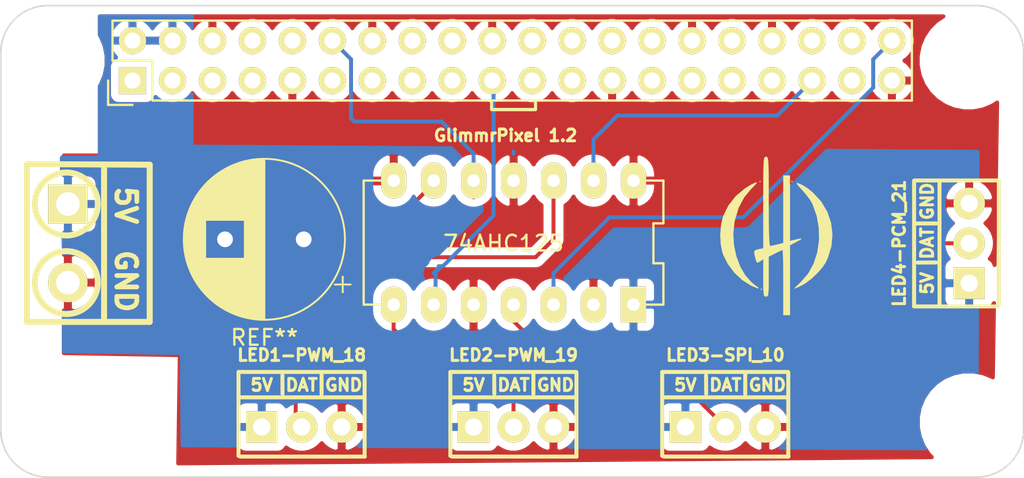
<source format=kicad_pcb>
(kicad_pcb (version 20171130) (host pcbnew "(5.1.12)-1")

  (general
    (thickness 1.6)
    (drawings 31)
    (tracks 60)
    (zones 0)
    (modules 13)
    (nets 33)
  )

  (page A4)
  (layers
    (0 F.Cu signal)
    (31 B.Cu signal)
    (34 B.Paste user)
    (35 F.Paste user hide)
    (36 B.SilkS user)
    (37 F.SilkS user)
    (38 B.Mask user)
    (39 F.Mask user)
    (40 Dwgs.User user)
    (41 Cmts.User user)
    (44 Edge.Cuts user)
    (48 B.Fab user)
    (49 F.Fab user)
  )

  (setup
    (last_trace_width 0.25)
    (user_trace_width 0.01)
    (user_trace_width 0.02)
    (user_trace_width 0.05)
    (user_trace_width 0.1)
    (user_trace_width 0.2)
    (trace_clearance 0.2)
    (zone_clearance 0.508)
    (zone_45_only no)
    (trace_min 0.01)
    (via_size 0.6)
    (via_drill 0.4)
    (via_min_size 0.4)
    (via_min_drill 0.3)
    (uvia_size 0.3)
    (uvia_drill 0.1)
    (uvias_allowed no)
    (uvia_min_size 0.2)
    (uvia_min_drill 0.1)
    (edge_width 0.1)
    (segment_width 0.2)
    (pcb_text_width 0.3)
    (pcb_text_size 1.5 1.5)
    (mod_edge_width 0.15)
    (mod_text_size 1 1)
    (mod_text_width 0.15)
    (pad_size 2 2)
    (pad_drill 1)
    (pad_to_mask_clearance 0)
    (aux_axis_origin 0 0)
    (visible_elements 7FFFFF7F)
    (pcbplotparams
      (layerselection 0x010f0_ffffffff)
      (usegerberextensions false)
      (usegerberattributes false)
      (usegerberadvancedattributes false)
      (creategerberjobfile true)
      (excludeedgelayer false)
      (linewidth 0.100000)
      (plotframeref false)
      (viasonmask false)
      (mode 1)
      (useauxorigin true)
      (hpglpennumber 1)
      (hpglpenspeed 20)
      (hpglpendiameter 15.000000)
      (psnegative false)
      (psa4output false)
      (plotreference true)
      (plotvalue true)
      (plotinvisibletext false)
      (padsonsilk false)
      (subtractmaskfromsilk false)
      (outputformat 1)
      (mirror false)
      (drillshape 0)
      (scaleselection 1)
      (outputdirectory "gerber1.1/"))
  )

  (net 0 "")
  (net 1 "Net-(J1-Pad36)")
  (net 2 PWM_19_OUT)
  (net 3 "Net-(J1-Pad24)")
  (net 4 "Net-(J1-Pad22)")
  (net 5 "Net-(J1-Pad32)")
  (net 6 "Net-(J1-Pad28)")
  (net 7 "Net-(J1-Pad26)")
  (net 8 "Net-(J1-Pad10)")
  (net 9 "Net-(J1-Pad16)")
  (net 10 "Net-(J1-Pad8)")
  (net 11 PWM_19)
  (net 12 "Net-(J1-Pad27)")
  (net 13 "Net-(J1-Pad29)")
  (net 14 "Net-(J1-Pad31)")
  (net 15 "Net-(J1-Pad21)")
  (net 16 "Net-(J1-Pad17)")
  (net 17 "Net-(J1-Pad3)")
  (net 18 PCM_20)
  (net 19 "Net-(J1-Pad7)")
  (net 20 "Net-(J1-Pad15)")
  (net 21 "Net-(J1-Pad11)")
  (net 22 PWR)
  (net 23 GND)
  (net 24 PWM_13)
  (net 25 PWM_18)
  (net 26 MOSI)
  (net 27 CLK)
  (net 28 MOSI_OUT)
  (net 29 PWM_18_OUT)
  (net 30 PCM_21)
  (net 31 PCM_21_OUT)
  (net 32 CAP_OUT)

  (net_class Default "This is the default net class."
    (clearance 0.2)
    (trace_width 0.25)
    (via_dia 0.6)
    (via_drill 0.4)
    (uvia_dia 0.3)
    (uvia_drill 0.1)
    (add_net CLK)
    (add_net GND)
    (add_net MOSI)
    (add_net MOSI_OUT)
    (add_net "Net-(J1-Pad10)")
    (add_net "Net-(J1-Pad11)")
    (add_net "Net-(J1-Pad15)")
    (add_net "Net-(J1-Pad16)")
    (add_net "Net-(J1-Pad17)")
    (add_net "Net-(J1-Pad21)")
    (add_net "Net-(J1-Pad22)")
    (add_net "Net-(J1-Pad24)")
    (add_net "Net-(J1-Pad26)")
    (add_net "Net-(J1-Pad27)")
    (add_net "Net-(J1-Pad28)")
    (add_net "Net-(J1-Pad29)")
    (add_net "Net-(J1-Pad3)")
    (add_net "Net-(J1-Pad31)")
    (add_net "Net-(J1-Pad32)")
    (add_net "Net-(J1-Pad36)")
    (add_net "Net-(J1-Pad7)")
    (add_net "Net-(J1-Pad8)")
    (add_net PCM_20)
    (add_net PCM_21)
    (add_net PCM_21_OUT)
    (add_net PWM_13)
    (add_net PWM_18)
    (add_net PWM_18_OUT)
    (add_net PWM_19)
    (add_net PWM_19_OUT)
    (add_net PWR)
  )

  (module Capacitor_THT:CP_Radial_D10.0mm_P5.00mm (layer F.Cu) (tedit 61C38F4D) (tstamp 61C40B57)
    (at 31.75 39.37 180)
    (descr "CP, Radial series, Radial, pin pitch=5.00mm, , diameter=10mm, Electrolytic Capacitor")
    (tags "CP Radial series Radial pin pitch 5.00mm  diameter 10mm Electrolytic Capacitor")
    (fp_text reference REF** (at 2.5 -6.25) (layer F.SilkS)
      (effects (font (size 1 1) (thickness 0.15)))
    )
    (fp_text value "1000uf 16v" (at 2.5 6.25) (layer F.Fab)
      (effects (font (size 1 1) (thickness 0.15)))
    )
    (fp_text user %R (at 2.5 0) (layer F.Fab)
      (effects (font (size 1 1) (thickness 0.15)))
    )
    (fp_circle (center 2.5 0) (end 7.5 0) (layer F.Fab) (width 0.1))
    (fp_circle (center 2.5 0) (end 7.62 0) (layer F.SilkS) (width 0.12))
    (fp_circle (center 2.5 0) (end 7.75 0) (layer F.CrtYd) (width 0.05))
    (fp_line (start -1.788861 -2.1875) (end -0.788861 -2.1875) (layer F.Fab) (width 0.1))
    (fp_line (start -1.288861 -2.6875) (end -1.288861 -1.6875) (layer F.Fab) (width 0.1))
    (fp_line (start 2.5 -5.08) (end 2.5 5.08) (layer F.SilkS) (width 0.12))
    (fp_line (start 2.54 -5.08) (end 2.54 5.08) (layer F.SilkS) (width 0.12))
    (fp_line (start 2.58 -5.08) (end 2.58 5.08) (layer F.SilkS) (width 0.12))
    (fp_line (start 2.62 -5.079) (end 2.62 5.079) (layer F.SilkS) (width 0.12))
    (fp_line (start 2.66 -5.078) (end 2.66 5.078) (layer F.SilkS) (width 0.12))
    (fp_line (start 2.7 -5.077) (end 2.7 5.077) (layer F.SilkS) (width 0.12))
    (fp_line (start 2.74 -5.075) (end 2.74 5.075) (layer F.SilkS) (width 0.12))
    (fp_line (start 2.78 -5.073) (end 2.78 5.073) (layer F.SilkS) (width 0.12))
    (fp_line (start 2.82 -5.07) (end 2.82 5.07) (layer F.SilkS) (width 0.12))
    (fp_line (start 2.86 -5.068) (end 2.86 5.068) (layer F.SilkS) (width 0.12))
    (fp_line (start 2.9 -5.065) (end 2.9 5.065) (layer F.SilkS) (width 0.12))
    (fp_line (start 2.94 -5.062) (end 2.94 5.062) (layer F.SilkS) (width 0.12))
    (fp_line (start 2.98 -5.058) (end 2.98 5.058) (layer F.SilkS) (width 0.12))
    (fp_line (start 3.02 -5.054) (end 3.02 5.054) (layer F.SilkS) (width 0.12))
    (fp_line (start 3.06 -5.05) (end 3.06 5.05) (layer F.SilkS) (width 0.12))
    (fp_line (start 3.1 -5.045) (end 3.1 5.045) (layer F.SilkS) (width 0.12))
    (fp_line (start 3.14 -5.04) (end 3.14 5.04) (layer F.SilkS) (width 0.12))
    (fp_line (start 3.18 -5.035) (end 3.18 5.035) (layer F.SilkS) (width 0.12))
    (fp_line (start 3.221 -5.03) (end 3.221 5.03) (layer F.SilkS) (width 0.12))
    (fp_line (start 3.261 -5.024) (end 3.261 5.024) (layer F.SilkS) (width 0.12))
    (fp_line (start 3.301 -5.018) (end 3.301 5.018) (layer F.SilkS) (width 0.12))
    (fp_line (start 3.341 -5.011) (end 3.341 5.011) (layer F.SilkS) (width 0.12))
    (fp_line (start 3.381 -5.004) (end 3.381 5.004) (layer F.SilkS) (width 0.12))
    (fp_line (start 3.421 -4.997) (end 3.421 4.997) (layer F.SilkS) (width 0.12))
    (fp_line (start 3.461 -4.99) (end 3.461 4.99) (layer F.SilkS) (width 0.12))
    (fp_line (start 3.501 -4.982) (end 3.501 4.982) (layer F.SilkS) (width 0.12))
    (fp_line (start 3.541 -4.974) (end 3.541 4.974) (layer F.SilkS) (width 0.12))
    (fp_line (start 3.581 -4.965) (end 3.581 4.965) (layer F.SilkS) (width 0.12))
    (fp_line (start 3.621 -4.956) (end 3.621 4.956) (layer F.SilkS) (width 0.12))
    (fp_line (start 3.661 -4.947) (end 3.661 4.947) (layer F.SilkS) (width 0.12))
    (fp_line (start 3.701 -4.938) (end 3.701 4.938) (layer F.SilkS) (width 0.12))
    (fp_line (start 3.741 -4.928) (end 3.741 4.928) (layer F.SilkS) (width 0.12))
    (fp_line (start 3.781 -4.918) (end 3.781 -1.241) (layer F.SilkS) (width 0.12))
    (fp_line (start 3.781 1.241) (end 3.781 4.918) (layer F.SilkS) (width 0.12))
    (fp_line (start 3.821 -4.907) (end 3.821 -1.241) (layer F.SilkS) (width 0.12))
    (fp_line (start 3.821 1.241) (end 3.821 4.907) (layer F.SilkS) (width 0.12))
    (fp_line (start 3.861 -4.897) (end 3.861 -1.241) (layer F.SilkS) (width 0.12))
    (fp_line (start 3.861 1.241) (end 3.861 4.897) (layer F.SilkS) (width 0.12))
    (fp_line (start 3.901 -4.885) (end 3.901 -1.241) (layer F.SilkS) (width 0.12))
    (fp_line (start 3.901 1.241) (end 3.901 4.885) (layer F.SilkS) (width 0.12))
    (fp_line (start 3.941 -4.874) (end 3.941 -1.241) (layer F.SilkS) (width 0.12))
    (fp_line (start 3.941 1.241) (end 3.941 4.874) (layer F.SilkS) (width 0.12))
    (fp_line (start 3.981 -4.862) (end 3.981 -1.241) (layer F.SilkS) (width 0.12))
    (fp_line (start 3.981 1.241) (end 3.981 4.862) (layer F.SilkS) (width 0.12))
    (fp_line (start 4.021 -4.85) (end 4.021 -1.241) (layer F.SilkS) (width 0.12))
    (fp_line (start 4.021 1.241) (end 4.021 4.85) (layer F.SilkS) (width 0.12))
    (fp_line (start 4.061 -4.837) (end 4.061 -1.241) (layer F.SilkS) (width 0.12))
    (fp_line (start 4.061 1.241) (end 4.061 4.837) (layer F.SilkS) (width 0.12))
    (fp_line (start 4.101 -4.824) (end 4.101 -1.241) (layer F.SilkS) (width 0.12))
    (fp_line (start 4.101 1.241) (end 4.101 4.824) (layer F.SilkS) (width 0.12))
    (fp_line (start 4.141 -4.811) (end 4.141 -1.241) (layer F.SilkS) (width 0.12))
    (fp_line (start 4.141 1.241) (end 4.141 4.811) (layer F.SilkS) (width 0.12))
    (fp_line (start 4.181 -4.797) (end 4.181 -1.241) (layer F.SilkS) (width 0.12))
    (fp_line (start 4.181 1.241) (end 4.181 4.797) (layer F.SilkS) (width 0.12))
    (fp_line (start 4.221 -4.783) (end 4.221 -1.241) (layer F.SilkS) (width 0.12))
    (fp_line (start 4.221 1.241) (end 4.221 4.783) (layer F.SilkS) (width 0.12))
    (fp_line (start 4.261 -4.768) (end 4.261 -1.241) (layer F.SilkS) (width 0.12))
    (fp_line (start 4.261 1.241) (end 4.261 4.768) (layer F.SilkS) (width 0.12))
    (fp_line (start 4.301 -4.754) (end 4.301 -1.241) (layer F.SilkS) (width 0.12))
    (fp_line (start 4.301 1.241) (end 4.301 4.754) (layer F.SilkS) (width 0.12))
    (fp_line (start 4.341 -4.738) (end 4.341 -1.241) (layer F.SilkS) (width 0.12))
    (fp_line (start 4.341 1.241) (end 4.341 4.738) (layer F.SilkS) (width 0.12))
    (fp_line (start 4.381 -4.723) (end 4.381 -1.241) (layer F.SilkS) (width 0.12))
    (fp_line (start 4.381 1.241) (end 4.381 4.723) (layer F.SilkS) (width 0.12))
    (fp_line (start 4.421 -4.707) (end 4.421 -1.241) (layer F.SilkS) (width 0.12))
    (fp_line (start 4.421 1.241) (end 4.421 4.707) (layer F.SilkS) (width 0.12))
    (fp_line (start 4.461 -4.69) (end 4.461 -1.241) (layer F.SilkS) (width 0.12))
    (fp_line (start 4.461 1.241) (end 4.461 4.69) (layer F.SilkS) (width 0.12))
    (fp_line (start 4.501 -4.674) (end 4.501 -1.241) (layer F.SilkS) (width 0.12))
    (fp_line (start 4.501 1.241) (end 4.501 4.674) (layer F.SilkS) (width 0.12))
    (fp_line (start 4.541 -4.657) (end 4.541 -1.241) (layer F.SilkS) (width 0.12))
    (fp_line (start 4.541 1.241) (end 4.541 4.657) (layer F.SilkS) (width 0.12))
    (fp_line (start 4.581 -4.639) (end 4.581 -1.241) (layer F.SilkS) (width 0.12))
    (fp_line (start 4.581 1.241) (end 4.581 4.639) (layer F.SilkS) (width 0.12))
    (fp_line (start 4.621 -4.621) (end 4.621 -1.241) (layer F.SilkS) (width 0.12))
    (fp_line (start 4.621 1.241) (end 4.621 4.621) (layer F.SilkS) (width 0.12))
    (fp_line (start 4.661 -4.603) (end 4.661 -1.241) (layer F.SilkS) (width 0.12))
    (fp_line (start 4.661 1.241) (end 4.661 4.603) (layer F.SilkS) (width 0.12))
    (fp_line (start 4.701 -4.584) (end 4.701 -1.241) (layer F.SilkS) (width 0.12))
    (fp_line (start 4.701 1.241) (end 4.701 4.584) (layer F.SilkS) (width 0.12))
    (fp_line (start 4.741 -4.564) (end 4.741 -1.241) (layer F.SilkS) (width 0.12))
    (fp_line (start 4.741 1.241) (end 4.741 4.564) (layer F.SilkS) (width 0.12))
    (fp_line (start 4.781 -4.545) (end 4.781 -1.241) (layer F.SilkS) (width 0.12))
    (fp_line (start 4.781 1.241) (end 4.781 4.545) (layer F.SilkS) (width 0.12))
    (fp_line (start 4.821 -4.525) (end 4.821 -1.241) (layer F.SilkS) (width 0.12))
    (fp_line (start 4.821 1.241) (end 4.821 4.525) (layer F.SilkS) (width 0.12))
    (fp_line (start 4.861 -4.504) (end 4.861 -1.241) (layer F.SilkS) (width 0.12))
    (fp_line (start 4.861 1.241) (end 4.861 4.504) (layer F.SilkS) (width 0.12))
    (fp_line (start 4.901 -4.483) (end 4.901 -1.241) (layer F.SilkS) (width 0.12))
    (fp_line (start 4.901 1.241) (end 4.901 4.483) (layer F.SilkS) (width 0.12))
    (fp_line (start 4.941 -4.462) (end 4.941 -1.241) (layer F.SilkS) (width 0.12))
    (fp_line (start 4.941 1.241) (end 4.941 4.462) (layer F.SilkS) (width 0.12))
    (fp_line (start 4.981 -4.44) (end 4.981 -1.241) (layer F.SilkS) (width 0.12))
    (fp_line (start 4.981 1.241) (end 4.981 4.44) (layer F.SilkS) (width 0.12))
    (fp_line (start 5.021 -4.417) (end 5.021 -1.241) (layer F.SilkS) (width 0.12))
    (fp_line (start 5.021 1.241) (end 5.021 4.417) (layer F.SilkS) (width 0.12))
    (fp_line (start 5.061 -4.395) (end 5.061 -1.241) (layer F.SilkS) (width 0.12))
    (fp_line (start 5.061 1.241) (end 5.061 4.395) (layer F.SilkS) (width 0.12))
    (fp_line (start 5.101 -4.371) (end 5.101 -1.241) (layer F.SilkS) (width 0.12))
    (fp_line (start 5.101 1.241) (end 5.101 4.371) (layer F.SilkS) (width 0.12))
    (fp_line (start 5.141 -4.347) (end 5.141 -1.241) (layer F.SilkS) (width 0.12))
    (fp_line (start 5.141 1.241) (end 5.141 4.347) (layer F.SilkS) (width 0.12))
    (fp_line (start 5.181 -4.323) (end 5.181 -1.241) (layer F.SilkS) (width 0.12))
    (fp_line (start 5.181 1.241) (end 5.181 4.323) (layer F.SilkS) (width 0.12))
    (fp_line (start 5.221 -4.298) (end 5.221 -1.241) (layer F.SilkS) (width 0.12))
    (fp_line (start 5.221 1.241) (end 5.221 4.298) (layer F.SilkS) (width 0.12))
    (fp_line (start 5.261 -4.273) (end 5.261 -1.241) (layer F.SilkS) (width 0.12))
    (fp_line (start 5.261 1.241) (end 5.261 4.273) (layer F.SilkS) (width 0.12))
    (fp_line (start 5.301 -4.247) (end 5.301 -1.241) (layer F.SilkS) (width 0.12))
    (fp_line (start 5.301 1.241) (end 5.301 4.247) (layer F.SilkS) (width 0.12))
    (fp_line (start 5.341 -4.221) (end 5.341 -1.241) (layer F.SilkS) (width 0.12))
    (fp_line (start 5.341 1.241) (end 5.341 4.221) (layer F.SilkS) (width 0.12))
    (fp_line (start 5.381 -4.194) (end 5.381 -1.241) (layer F.SilkS) (width 0.12))
    (fp_line (start 5.381 1.241) (end 5.381 4.194) (layer F.SilkS) (width 0.12))
    (fp_line (start 5.421 -4.166) (end 5.421 -1.241) (layer F.SilkS) (width 0.12))
    (fp_line (start 5.421 1.241) (end 5.421 4.166) (layer F.SilkS) (width 0.12))
    (fp_line (start 5.461 -4.138) (end 5.461 -1.241) (layer F.SilkS) (width 0.12))
    (fp_line (start 5.461 1.241) (end 5.461 4.138) (layer F.SilkS) (width 0.12))
    (fp_line (start 5.501 -4.11) (end 5.501 -1.241) (layer F.SilkS) (width 0.12))
    (fp_line (start 5.501 1.241) (end 5.501 4.11) (layer F.SilkS) (width 0.12))
    (fp_line (start 5.541 -4.08) (end 5.541 -1.241) (layer F.SilkS) (width 0.12))
    (fp_line (start 5.541 1.241) (end 5.541 4.08) (layer F.SilkS) (width 0.12))
    (fp_line (start 5.581 -4.05) (end 5.581 -1.241) (layer F.SilkS) (width 0.12))
    (fp_line (start 5.581 1.241) (end 5.581 4.05) (layer F.SilkS) (width 0.12))
    (fp_line (start 5.621 -4.02) (end 5.621 -1.241) (layer F.SilkS) (width 0.12))
    (fp_line (start 5.621 1.241) (end 5.621 4.02) (layer F.SilkS) (width 0.12))
    (fp_line (start 5.661 -3.989) (end 5.661 -1.241) (layer F.SilkS) (width 0.12))
    (fp_line (start 5.661 1.241) (end 5.661 3.989) (layer F.SilkS) (width 0.12))
    (fp_line (start 5.701 -3.957) (end 5.701 -1.241) (layer F.SilkS) (width 0.12))
    (fp_line (start 5.701 1.241) (end 5.701 3.957) (layer F.SilkS) (width 0.12))
    (fp_line (start 5.741 -3.925) (end 5.741 -1.241) (layer F.SilkS) (width 0.12))
    (fp_line (start 5.741 1.241) (end 5.741 3.925) (layer F.SilkS) (width 0.12))
    (fp_line (start 5.781 -3.892) (end 5.781 -1.241) (layer F.SilkS) (width 0.12))
    (fp_line (start 5.781 1.241) (end 5.781 3.892) (layer F.SilkS) (width 0.12))
    (fp_line (start 5.821 -3.858) (end 5.821 -1.241) (layer F.SilkS) (width 0.12))
    (fp_line (start 5.821 1.241) (end 5.821 3.858) (layer F.SilkS) (width 0.12))
    (fp_line (start 5.861 -3.824) (end 5.861 -1.241) (layer F.SilkS) (width 0.12))
    (fp_line (start 5.861 1.241) (end 5.861 3.824) (layer F.SilkS) (width 0.12))
    (fp_line (start 5.901 -3.789) (end 5.901 -1.241) (layer F.SilkS) (width 0.12))
    (fp_line (start 5.901 1.241) (end 5.901 3.789) (layer F.SilkS) (width 0.12))
    (fp_line (start 5.941 -3.753) (end 5.941 -1.241) (layer F.SilkS) (width 0.12))
    (fp_line (start 5.941 1.241) (end 5.941 3.753) (layer F.SilkS) (width 0.12))
    (fp_line (start 5.981 -3.716) (end 5.981 -1.241) (layer F.SilkS) (width 0.12))
    (fp_line (start 5.981 1.241) (end 5.981 3.716) (layer F.SilkS) (width 0.12))
    (fp_line (start 6.021 -3.679) (end 6.021 -1.241) (layer F.SilkS) (width 0.12))
    (fp_line (start 6.021 1.241) (end 6.021 3.679) (layer F.SilkS) (width 0.12))
    (fp_line (start 6.061 -3.64) (end 6.061 -1.241) (layer F.SilkS) (width 0.12))
    (fp_line (start 6.061 1.241) (end 6.061 3.64) (layer F.SilkS) (width 0.12))
    (fp_line (start 6.101 -3.601) (end 6.101 -1.241) (layer F.SilkS) (width 0.12))
    (fp_line (start 6.101 1.241) (end 6.101 3.601) (layer F.SilkS) (width 0.12))
    (fp_line (start 6.141 -3.561) (end 6.141 -1.241) (layer F.SilkS) (width 0.12))
    (fp_line (start 6.141 1.241) (end 6.141 3.561) (layer F.SilkS) (width 0.12))
    (fp_line (start 6.181 -3.52) (end 6.181 -1.241) (layer F.SilkS) (width 0.12))
    (fp_line (start 6.181 1.241) (end 6.181 3.52) (layer F.SilkS) (width 0.12))
    (fp_line (start 6.221 -3.478) (end 6.221 -1.241) (layer F.SilkS) (width 0.12))
    (fp_line (start 6.221 1.241) (end 6.221 3.478) (layer F.SilkS) (width 0.12))
    (fp_line (start 6.261 -3.436) (end 6.261 3.436) (layer F.SilkS) (width 0.12))
    (fp_line (start 6.301 -3.392) (end 6.301 3.392) (layer F.SilkS) (width 0.12))
    (fp_line (start 6.341 -3.347) (end 6.341 3.347) (layer F.SilkS) (width 0.12))
    (fp_line (start 6.381 -3.301) (end 6.381 3.301) (layer F.SilkS) (width 0.12))
    (fp_line (start 6.421 -3.254) (end 6.421 3.254) (layer F.SilkS) (width 0.12))
    (fp_line (start 6.461 -3.206) (end 6.461 3.206) (layer F.SilkS) (width 0.12))
    (fp_line (start 6.501 -3.156) (end 6.501 3.156) (layer F.SilkS) (width 0.12))
    (fp_line (start 6.541 -3.106) (end 6.541 3.106) (layer F.SilkS) (width 0.12))
    (fp_line (start 6.581 -3.054) (end 6.581 3.054) (layer F.SilkS) (width 0.12))
    (fp_line (start 6.621 -3) (end 6.621 3) (layer F.SilkS) (width 0.12))
    (fp_line (start 6.661 -2.945) (end 6.661 2.945) (layer F.SilkS) (width 0.12))
    (fp_line (start 6.701 -2.889) (end 6.701 2.889) (layer F.SilkS) (width 0.12))
    (fp_line (start 6.741 -2.83) (end 6.741 2.83) (layer F.SilkS) (width 0.12))
    (fp_line (start 6.781 -2.77) (end 6.781 2.77) (layer F.SilkS) (width 0.12))
    (fp_line (start 6.821 -2.709) (end 6.821 2.709) (layer F.SilkS) (width 0.12))
    (fp_line (start 6.861 -2.645) (end 6.861 2.645) (layer F.SilkS) (width 0.12))
    (fp_line (start 6.901 -2.579) (end 6.901 2.579) (layer F.SilkS) (width 0.12))
    (fp_line (start 6.941 -2.51) (end 6.941 2.51) (layer F.SilkS) (width 0.12))
    (fp_line (start 6.981 -2.439) (end 6.981 2.439) (layer F.SilkS) (width 0.12))
    (fp_line (start 7.021 -2.365) (end 7.021 2.365) (layer F.SilkS) (width 0.12))
    (fp_line (start 7.061 -2.289) (end 7.061 2.289) (layer F.SilkS) (width 0.12))
    (fp_line (start 7.101 -2.209) (end 7.101 2.209) (layer F.SilkS) (width 0.12))
    (fp_line (start 7.141 -2.125) (end 7.141 2.125) (layer F.SilkS) (width 0.12))
    (fp_line (start 7.181 -2.037) (end 7.181 2.037) (layer F.SilkS) (width 0.12))
    (fp_line (start 7.221 -1.944) (end 7.221 1.944) (layer F.SilkS) (width 0.12))
    (fp_line (start 7.261 -1.846) (end 7.261 1.846) (layer F.SilkS) (width 0.12))
    (fp_line (start 7.301 -1.742) (end 7.301 1.742) (layer F.SilkS) (width 0.12))
    (fp_line (start 7.341 -1.63) (end 7.341 1.63) (layer F.SilkS) (width 0.12))
    (fp_line (start 7.381 -1.51) (end 7.381 1.51) (layer F.SilkS) (width 0.12))
    (fp_line (start 7.421 -1.378) (end 7.421 1.378) (layer F.SilkS) (width 0.12))
    (fp_line (start 7.461 -1.23) (end 7.461 1.23) (layer F.SilkS) (width 0.12))
    (fp_line (start 7.501 -1.062) (end 7.501 1.062) (layer F.SilkS) (width 0.12))
    (fp_line (start 7.541 -0.862) (end 7.541 0.862) (layer F.SilkS) (width 0.12))
    (fp_line (start 7.581 -0.599) (end 7.581 0.599) (layer F.SilkS) (width 0.12))
    (fp_line (start -2.979646 -2.875) (end -1.979646 -2.875) (layer F.SilkS) (width 0.12))
    (fp_line (start -2.479646 -3.375) (end -2.479646 -2.375) (layer F.SilkS) (width 0.12))
    (pad Cap_out thru_hole circle (at 5 0 180) (size 2 2) (drill 1) (layers *.Cu *.Mask))
    (pad 1 thru_hole rect (at 0 0 180) (size 2 2) (drill 1) (layers *.Cu *.Mask))
    (model ${KISYS3DMOD}/Capacitor_THT.3dshapes/CP_Radial_D10.0mm_P5.00mm.wrl
      (at (xyz 0 0 0))
      (scale (xyz 1 1 1))
      (rotate (xyz 0 0 0))
    )
  )

  (module Custom:DIP_14 (layer F.Cu) (tedit 600A5F29) (tstamp 5945D045)
    (at 52.705 35.814 270)
    (descr "14-lead dip package, row spacing 7.62 mm (300 mils), longer pads")
    (tags "dil dip 2.54 300")
    (path /594534EA)
    (fp_text reference U1 (at 3.81 -3.81 270) (layer F.SilkS) hide
      (effects (font (size 1 1) (thickness 0.15)))
    )
    (fp_text value 74AHC125 (at 3.81 8.255) (layer F.SilkS)
      (effects (font (size 1 1) (thickness 0.15)))
    )
    (fp_line (start -1.4 17.7) (end 9 17.7) (layer F.CrtYd) (width 0.05))
    (fp_line (start -1.4 -2.45) (end 9 -2.45) (layer F.CrtYd) (width 0.05))
    (fp_line (start 9 -2.45) (end 9 17.7) (layer F.CrtYd) (width 0.05))
    (fp_line (start -1.4 -2.45) (end -1.4 17.7) (layer F.CrtYd) (width 0.05))
    (fp_line (start 7.71144 17.145) (end 7.71144 15.875) (layer F.SilkS) (width 0.15))
    (fp_line (start -0.18034 17.145) (end 7.62 17.145) (layer F.SilkS) (width 0.15))
    (fp_line (start -0.18034 15.86992) (end -0.18034 17.13992) (layer F.SilkS) (width 0.15))
    (fp_line (start 7.71144 -1.905) (end 7.71144 -0.635) (layer F.SilkS) (width 0.15))
    (fp_line (start 5.08 -1.905) (end 7.62 -1.905) (layer F.SilkS) (width 0.15))
    (fp_line (start 5.08 -1.27) (end 5.08 -1.905) (layer F.SilkS) (width 0.15))
    (fp_line (start 3.175 -1.27) (end 5.08 -1.27) (layer F.SilkS) (width 0.15))
    (fp_line (start -0.18034 -0.64008) (end -0.18034 -1.91008) (layer F.SilkS) (width 0.15))
    (fp_line (start 2.54 -1.27) (end 3.175 -1.27) (layer F.SilkS) (width 0.15))
    (fp_line (start 2.54 -1.905) (end 2.54 -1.27) (layer F.SilkS) (width 0.15))
    (fp_line (start 2.54 -1.905) (end -0.17272 -1.90246) (layer F.SilkS) (width 0.15))
    (pad 14 thru_hole rect (at 7.71144 0 270) (size 2.3 1.6) (drill 0.8) (layers *.Cu *.Mask F.SilkS)
      (net 22 PWR))
    (pad 13 thru_hole oval (at 7.71144 2.54 270) (size 2.3 1.6) (drill 0.8) (layers *.Cu *.Mask F.SilkS)
      (net 23 GND))
    (pad 12 thru_hole oval (at 7.71144 5.08 270) (size 2.3 1.6) (drill 0.8) (layers *.Cu *.Mask F.SilkS)
      (net 30 PCM_21))
    (pad 11 thru_hole oval (at 7.71144 7.62 270) (size 2.3 1.6) (drill 0.8) (layers *.Cu *.Mask F.SilkS)
      (net 31 PCM_21_OUT))
    (pad 10 thru_hole oval (at 7.71144 10.16 270) (size 2.3 1.6) (drill 0.8) (layers *.Cu *.Mask F.SilkS)
      (net 23 GND))
    (pad 9 thru_hole oval (at 7.71144 12.7 270) (size 2.3 1.6) (drill 0.8) (layers *.Cu *.Mask F.SilkS)
      (net 26 MOSI))
    (pad 8 thru_hole oval (at 7.71144 15.24 270) (size 2.3 1.6) (drill 0.8) (layers *.Cu *.Mask F.SilkS)
      (net 28 MOSI_OUT))
    (pad 7 thru_hole oval (at -0.18034 15.23492 270) (size 2.3 1.6) (drill 0.8) (layers *.Cu *.Mask F.SilkS)
      (net 23 GND))
    (pad 6 thru_hole oval (at -0.18034 12.69492 270) (size 2.3 1.6) (drill 0.8) (layers *.Cu *.Mask F.SilkS)
      (net 29 PWM_18_OUT))
    (pad 5 thru_hole oval (at -0.18034 10.15492 270) (size 2.3 1.6) (drill 0.8) (layers *.Cu *.Mask F.SilkS)
      (net 25 PWM_18))
    (pad 4 thru_hole oval (at -0.18034 7.61492 270) (size 2.3 1.6) (drill 0.8) (layers *.Cu *.Mask F.SilkS)
      (net 23 GND))
    (pad 3 thru_hole oval (at -0.18034 5.07492 270) (size 2.3 1.6) (drill 0.8) (layers *.Cu *.Mask F.SilkS)
      (net 2 PWM_19_OUT))
    (pad 2 thru_hole oval (at -0.18034 2.53492 270) (size 2.3 1.6) (drill 0.8) (layers *.Cu *.Mask F.SilkS)
      (net 11 PWM_19))
    (pad 1 thru_hole oval (at -0.18034 -0.00508 270) (size 2.3 1.6) (drill 0.8) (layers *.Cu *.Mask F.SilkS)
      (net 23 GND))
    (model ${KISYS3DMOD}/Package_DIP.3dshapes/DIP-14_W7.62mm.step
      (at (xyz 0 0 0))
      (scale (xyz 1 1 1))
      (rotate (xyz 0 0 0))
    )
  )

  (module w_conn_mpt:mpt_0,5%2f4-2,54 (layer F.Cu) (tedit 600A563D) (tstamp 600A560F)
    (at 74.041 38.354 270)
    (descr "4-way 2.54mm pitch terminal block, Phoenix MPT series")
    (path /5945246A)
    (fp_text reference LED_1 (at 1.22682 -3.50774 270) (layer F.SilkS) hide
      (effects (font (size 1.524 1.524) (thickness 0.3048)))
    )
    (fp_text value CONN_01X03 (at 1.0922 4.72948 270) (layer F.SilkS) hide
      (effects (font (size 1.524 1.524) (thickness 0.3048)))
    )
    (fp_line (start -2.73558 -1.88468) (end 5.17398 -1.88214) (layer F.SilkS) (width 0.254))
    (fp_line (start -2.6543 1.88468) (end 5.25526 1.88468) (layer F.SilkS) (width 0.254))
    (fp_line (start 5.2705 3.50012) (end -2.71272 3.50012) (layer F.SilkS) (width 0.254))
    (fp_line (start 2.4892 2.11074) (end 2.49682 3.27914) (layer F.SilkS) (width 0.254))
    (fp_line (start 0.00762 2.08788) (end 0.00762 3.3655) (layer F.SilkS) (width 0.254))
    (fp_line (start 5.28574 3.50012) (end 5.28574 -1.83896) (layer F.SilkS) (width 0.254))
    (fp_line (start -2.72796 -1.88468) (end -2.72796 3.46964) (layer F.SilkS) (width 0.254))
    (pad 3 thru_hole oval (at -1.27 0 270) (size 1.99898 1.99898) (drill 1.09728) (layers *.Cu *.Mask F.SilkS)
      (net 23 GND))
    (pad 2 thru_hole oval (at 1.27 0 270) (size 1.99898 1.99898) (drill 1.09728) (layers *.Cu *.Mask F.SilkS)
      (net 31 PCM_21_OUT))
    (pad 1 thru_hole rect (at 3.81 0 270) (size 1.99898 1.99898) (drill 1.09728) (layers *.Cu *.Mask F.SilkS)
      (net 22 PWR))
    (model ${KIPRJMOD}/libs/CAD.3dshapes/4PinTerminalBlock.step
      (offset (xyz 0 -3.175 3.048))
      (scale (xyz 1 1 1))
      (rotate (xyz -90 0 0))
    )
  )

  (module w_conn_mpt:mpt_0,5%2f4-2,54 (layer F.Cu) (tedit 600A55A8) (tstamp 600A560F)
    (at 59.817 51.308 180)
    (descr "4-way 2.54mm pitch terminal block, Phoenix MPT series")
    (path /5945246A)
    (fp_text reference LED_1 (at 1.22682 -3.50774 180) (layer F.SilkS) hide
      (effects (font (size 1.524 1.524) (thickness 0.3048)))
    )
    (fp_text value CONN_01X03 (at 1.0922 4.72948 180) (layer F.SilkS) hide
      (effects (font (size 1.524 1.524) (thickness 0.3048)))
    )
    (fp_line (start -2.73558 -1.88468) (end 5.17398 -1.88214) (layer F.SilkS) (width 0.254))
    (fp_line (start -2.6543 1.88468) (end 5.25526 1.88468) (layer F.SilkS) (width 0.254))
    (fp_line (start 5.2705 3.50012) (end -2.71272 3.50012) (layer F.SilkS) (width 0.254))
    (fp_line (start 2.4892 2.11074) (end 2.49682 3.27914) (layer F.SilkS) (width 0.254))
    (fp_line (start 0.00762 2.08788) (end 0.00762 3.3655) (layer F.SilkS) (width 0.254))
    (fp_line (start 5.28574 3.50012) (end 5.28574 -1.83896) (layer F.SilkS) (width 0.254))
    (fp_line (start -2.72796 -1.88468) (end -2.72796 3.46964) (layer F.SilkS) (width 0.254))
    (pad 3 thru_hole oval (at -1.27 0 180) (size 1.99898 1.99898) (drill 1.09728) (layers *.Cu *.Mask F.SilkS)
      (net 23 GND))
    (pad 2 thru_hole oval (at 1.27 0 180) (size 1.99898 1.99898) (drill 1.09728) (layers *.Cu *.Mask F.SilkS)
      (net 28 MOSI_OUT))
    (pad 1 thru_hole rect (at 3.81 0 180) (size 1.99898 1.99898) (drill 1.09728) (layers *.Cu *.Mask F.SilkS)
      (net 22 PWR))
    (model ${KIPRJMOD}/libs/CAD.3dshapes/4PinTerminalBlock.step
      (offset (xyz 0 -3.175 3.048))
      (scale (xyz 1 1 1))
      (rotate (xyz -90 0 0))
    )
  )

  (module w_conn_mpt:mpt_0,5%2f4-2,54 (layer F.Cu) (tedit 600A551E) (tstamp 600A560F)
    (at 46.355 51.308 180)
    (descr "4-way 2.54mm pitch terminal block, Phoenix MPT series")
    (path /5945246A)
    (fp_text reference LED_1 (at 1.22682 -3.50774 180) (layer F.SilkS) hide
      (effects (font (size 1.524 1.524) (thickness 0.3048)))
    )
    (fp_text value CONN_01X03 (at 1.0922 4.72948 180) (layer F.SilkS) hide
      (effects (font (size 1.524 1.524) (thickness 0.3048)))
    )
    (fp_line (start -2.73558 -1.88468) (end 5.17398 -1.88214) (layer F.SilkS) (width 0.254))
    (fp_line (start -2.6543 1.88468) (end 5.25526 1.88468) (layer F.SilkS) (width 0.254))
    (fp_line (start 5.2705 3.50012) (end -2.71272 3.50012) (layer F.SilkS) (width 0.254))
    (fp_line (start 2.4892 2.11074) (end 2.49682 3.27914) (layer F.SilkS) (width 0.254))
    (fp_line (start 0.00762 2.08788) (end 0.00762 3.3655) (layer F.SilkS) (width 0.254))
    (fp_line (start 5.28574 3.50012) (end 5.28574 -1.83896) (layer F.SilkS) (width 0.254))
    (fp_line (start -2.72796 -1.88468) (end -2.72796 3.46964) (layer F.SilkS) (width 0.254))
    (pad 3 thru_hole oval (at -1.27 0 180) (size 1.99898 1.99898) (drill 1.09728) (layers *.Cu *.Mask F.SilkS)
      (net 23 GND))
    (pad 2 thru_hole oval (at 1.27 0 180) (size 1.99898 1.99898) (drill 1.09728) (layers *.Cu *.Mask F.SilkS)
      (net 2 PWM_19_OUT))
    (pad 1 thru_hole rect (at 3.81 0 180) (size 1.99898 1.99898) (drill 1.09728) (layers *.Cu *.Mask F.SilkS)
      (net 22 PWR))
    (model ${KIPRJMOD}/libs/CAD.3dshapes/4PinTerminalBlock.step
      (offset (xyz 0 -3.175 3.048))
      (scale (xyz 1 1 1))
      (rotate (xyz -90 0 0))
    )
  )

  (module w_conn_mpt:mpt_0,5%2f4-2,54 (layer F.Cu) (tedit 600A54AE) (tstamp 5FE14EEF)
    (at 32.893 51.308 180)
    (descr "4-way 2.54mm pitch terminal block, Phoenix MPT series")
    (path /5945246A)
    (fp_text reference LED_1 (at 1.22682 -3.50774 180) (layer F.SilkS) hide
      (effects (font (size 1.524 1.524) (thickness 0.3048)))
    )
    (fp_text value CONN_01X03 (at 1.0922 4.72948 180) (layer F.SilkS) hide
      (effects (font (size 1.524 1.524) (thickness 0.3048)))
    )
    (fp_line (start -2.73558 -1.88468) (end 5.17398 -1.88214) (layer F.SilkS) (width 0.254))
    (fp_line (start -2.6543 1.88468) (end 5.25526 1.88468) (layer F.SilkS) (width 0.254))
    (fp_line (start 5.2705 3.50012) (end -2.71272 3.50012) (layer F.SilkS) (width 0.254))
    (fp_line (start 2.4892 2.11074) (end 2.49682 3.27914) (layer F.SilkS) (width 0.254))
    (fp_line (start 0.00762 2.08788) (end 0.00762 3.3655) (layer F.SilkS) (width 0.254))
    (fp_line (start 5.28574 3.50012) (end 5.28574 -1.83896) (layer F.SilkS) (width 0.254))
    (fp_line (start -2.72796 -1.88468) (end -2.72796 3.46964) (layer F.SilkS) (width 0.254))
    (pad 1 thru_hole rect (at 3.81 0 180) (size 1.99898 1.99898) (drill 1.09728) (layers *.Cu *.Mask F.SilkS)
      (net 22 PWR))
    (pad 2 thru_hole oval (at 1.27 0 180) (size 1.99898 1.99898) (drill 1.09728) (layers *.Cu *.Mask F.SilkS)
      (net 29 PWM_18_OUT))
    (pad 3 thru_hole oval (at -1.27 0 180) (size 1.99898 1.99898) (drill 1.09728) (layers *.Cu *.Mask F.SilkS)
      (net 23 GND))
    (model ${KIPRJMOD}/libs/CAD.3dshapes/4PinTerminalBlock.step
      (offset (xyz 0 -3.175 3.048))
      (scale (xyz 1 1 1))
      (rotate (xyz -90 0 0))
    )
  )

  (module w_conn_mkds:mkds_1,5-2 (layer F.Cu) (tedit 600A5DF4) (tstamp 5945D033)
    (at 16.764 39.624 270)
    (descr "2-way 5mm pitch terminal block, Phoenix MKDS series")
    (path /59453D07)
    (fp_text reference P2 (at 0 -6.6 270) (layer F.SilkS) hide
      (effects (font (size 1.5 1.5) (thickness 0.3)))
    )
    (fp_text value CONN_01X02 (at 0.13462 4.46024 270) (layer F.SilkS) hide
      (effects (font (size 1.5 1.5) (thickness 0.3)))
    )
    (fp_circle (center 2.5 0.1) (end 0.5 0.1) (layer F.SilkS) (width 0.381))
    (fp_circle (center -2.5 0.1) (end -0.5 0.1) (layer F.SilkS) (width 0.381))
    (fp_line (start -5 2.6) (end 5 2.6) (layer F.SilkS) (width 0.381))
    (fp_line (start -5 -2.3) (end 5 -2.3) (layer F.SilkS) (width 0.381))
    (fp_line (start 5 2.60858) (end 5 -5.2) (layer F.SilkS) (width 0.381))
    (fp_line (start 5 -5.2) (end -5 -5.2) (layer F.SilkS) (width 0.381))
    (fp_line (start -5 -5.2) (end -5.03936 2.60858) (layer F.SilkS) (width 0.381))
    (pad 1 thru_hole rect (at -2.5 0 270) (size 2.5 2.5) (drill 1.5) (layers *.Cu *.Mask F.SilkS)
      (net 22 PWR))
    (pad 2 thru_hole oval (at 2.5 0 270) (size 2.5 2.5) (drill 1.5) (layers *.Cu *.Mask F.SilkS)
      (net 23 GND))
    (model ${KIPRJMOD}/libs/CAD.3dshapes/1716020000.stp
      (offset (xyz -5.08 5.08 -3.81))
      (scale (xyz 1 1 1))
      (rotate (xyz -90 0 0))
    )
  )

  (module gerber:dlogo (layer F.Cu) (tedit 0) (tstamp 5FE17D0B)
    (at 61.722 39.116)
    (fp_text reference G*** (at 0 0) (layer F.SilkS) hide
      (effects (font (size 1.524 1.524) (thickness 0.3)))
    )
    (fp_text value LOGO (at 0.75 0) (layer F.SilkS) hide
      (effects (font (size 1.524 1.524) (thickness 0.3)))
    )
    (fp_poly (pts (xy 1.100667 -3.429) (xy 1.058333 -3.386666) (xy 1.016 -3.429) (xy 1.058333 -3.471333)
      (xy 1.100667 -3.429)) (layer F.SilkS) (width 0.01))
    (fp_poly (pts (xy -0.931333 -3.429) (xy -0.973667 -3.386666) (xy -1.016 -3.429) (xy -0.973667 -3.471333)
      (xy -0.931333 -3.429)) (layer F.SilkS) (width 0.01))
    (fp_poly (pts (xy 1.392416 -3.33405) (xy 1.731143 -3.194202) (xy 2.077071 -2.970373) (xy 2.384128 -2.717428)
      (xy 2.914298 -2.143762) (xy 3.300785 -1.495118) (xy 3.53978 -0.791962) (xy 3.627472 -0.054761)
      (xy 3.560052 0.696019) (xy 3.333709 1.439913) (xy 3.208435 1.710262) (xy 2.987569 2.044497)
      (xy 2.665807 2.410263) (xy 2.292001 2.760033) (xy 1.915 3.046278) (xy 1.713419 3.164822)
      (xy 1.46852 3.284716) (xy 1.288086 3.36527) (xy 1.223658 3.386667) (xy 1.255218 3.334957)
      (xy 1.386285 3.198333) (xy 1.589957 3.004548) (xy 1.62684 2.970683) (xy 2.084424 2.441892)
      (xy 2.43141 1.808668) (xy 2.663844 1.098114) (xy 2.777769 0.337332) (xy 2.76923 -0.446577)
      (xy 2.63427 -1.226511) (xy 2.368935 -1.975367) (xy 2.353579 -2.008514) (xy 2.197197 -2.273333)
      (xy 1.965053 -2.587416) (xy 1.70584 -2.885198) (xy 1.691304 -2.900276) (xy 1.46659 -3.144795)
      (xy 1.359057 -3.293082) (xy 1.373413 -3.338305) (xy 1.392416 -3.33405)) (layer F.SilkS) (width 0.01))
    (fp_poly (pts (xy -1.199049 -3.312896) (xy -1.335441 -3.153724) (xy -1.54477 -2.942167) (xy -1.99348 -2.398659)
      (xy -2.32991 -1.755212) (xy -2.563596 -0.992559) (xy -2.602465 -0.805308) (xy -2.67459 -0.093323)
      (xy -2.630514 0.629552) (xy -2.480479 1.332391) (xy -2.234729 1.98427) (xy -1.90351 2.554263)
      (xy -1.497064 3.011443) (xy -1.282762 3.178687) (xy -1.099542 3.31523) (xy -1.061175 3.374678)
      (xy -1.161712 3.356951) (xy -1.3952 3.261972) (xy -1.566333 3.182432) (xy -2.100953 2.844969)
      (xy -2.593659 2.381242) (xy -3.007702 1.834242) (xy -3.306329 1.246959) (xy -3.365169 1.078232)
      (xy -3.469983 0.552497) (xy -3.49714 -0.048812) (xy -3.448291 -0.651652) (xy -3.325083 -1.181985)
      (xy -3.314141 -1.213296) (xy -2.981014 -1.89628) (xy -2.507675 -2.497581) (xy -1.911557 -2.997348)
      (xy -1.561942 -3.20885) (xy -1.311932 -3.334762) (xy -1.19109 -3.371343) (xy -1.199049 -3.312896)) (layer F.SilkS) (width 0.01))
    (fp_poly (pts (xy -0.846667 3.429) (xy -0.889 3.471334) (xy -0.931333 3.429) (xy -0.889 3.386667)
      (xy -0.846667 3.429)) (layer F.SilkS) (width 0.01))
    (fp_poly (pts (xy -0.54687 -4.990765) (xy -0.510174 -4.965807) (xy -0.481573 -4.903579) (xy -0.460057 -4.7872)
      (xy -0.44462 -4.599789) (xy -0.434253 -4.324468) (xy -0.427949 -3.944354) (xy -0.4247 -3.442568)
      (xy -0.423498 -2.80223) (xy -0.423333 -2.159) (xy -0.420997 -1.284741) (xy -0.413911 -0.576051)
      (xy -0.401957 -0.029228) (xy -0.385019 0.359427) (xy -0.36298 0.593616) (xy -0.335724 0.677041)
      (xy -0.333826 0.677334) (xy -0.202522 0.657906) (xy 0.02381 0.608928) (xy 0.131841 0.582616)
      (xy 0.508 0.487898) (xy 0.508 -3.81) (xy 0.931333 -3.81) (xy 0.931333 0.357024)
      (xy 1.143 0.305512) (xy 1.465345 0.231707) (xy 1.631301 0.207831) (xy 1.647 0.236267)
      (xy 1.518575 0.3194) (xy 1.375833 0.396036) (xy 0.931333 0.627689) (xy 0.931333 5.08)
      (xy 0.508 5.08) (xy 0.508 3.005667) (xy 0.50624 2.433171) (xy 0.501293 1.921204)
      (xy 0.493658 1.492667) (xy 0.483832 1.17046) (xy 0.472315 0.977483) (xy 0.462852 0.931334)
      (xy 0.368414 0.966619) (xy 0.172517 1.057577) (xy -0.002815 1.144426) (xy -0.423333 1.357519)
      (xy -0.423333 2.626093) (xy -0.424445 3.113876) (xy -0.430021 3.457497) (xy -0.443419 3.682126)
      (xy -0.468 3.81293) (xy -0.507124 3.875079) (xy -0.564149 3.893741) (xy -0.592667 3.894667)
      (xy -0.659628 3.885885) (xy -0.706148 3.842206) (xy -0.735934 3.737628) (xy -0.752696 3.54615)
      (xy -0.760141 3.241769) (xy -0.761979 2.798484) (xy -0.762 2.707382) (xy -0.762 1.520097)
      (xy -0.96802 1.655086) (xy -1.102645 1.732668) (xy -1.177378 1.712671) (xy -1.235258 1.567667)
      (xy -1.263881 1.466538) (xy -1.333058 1.183934) (xy -1.333234 1.020385) (xy -1.249857 0.934606)
      (xy -1.068373 0.885311) (xy -1.058333 0.883414) (xy -0.762 0.827822) (xy -0.762 -2.083756)
      (xy -0.761739 -2.861999) (xy -0.760311 -3.487571) (xy -0.756746 -3.977133) (xy -0.750075 -4.347345)
      (xy -0.73933 -4.61487) (xy -0.723541 -4.796369) (xy -0.701739 -4.908503) (xy -0.672956 -4.967933)
      (xy -0.636222 -4.991322) (xy -0.592667 -4.995333) (xy -0.54687 -4.990765)) (layer F.SilkS) (width 0.01))
  )

  (module RPi_Hat:RPi_Hat_Mounting_Hole (layer F.Cu) (tedit 55217CCB) (tstamp 58B743A7)
    (at 16 51)
    (descr "Mounting hole, Befestigungsbohrung, 2,7mm, No Annular, Kein Restring,")
    (tags "Mounting hole, Befestigungsbohrung, 2,7mm, No Annular, Kein Restring,")
    (fp_text reference "" (at 0 -4.0005) (layer F.SilkS) hide
      (effects (font (size 1 1) (thickness 0.15)))
    )
    (fp_text value "" (at 0.09906 3.59918) (layer F.Fab) hide
      (effects (font (size 1 1) (thickness 0.15)))
    )
    (fp_circle (center 0 0) (end 1.375 0) (layer F.Fab) (width 0.15))
    (fp_circle (center 0 0) (end 3.1 0) (layer F.Fab) (width 0.15))
    (fp_circle (center 0 0) (end 3.1 0) (layer B.Fab) (width 0.15))
    (fp_circle (center 0 0) (end 1.375 0) (layer B.Fab) (width 0.15))
    (fp_circle (center 0 0) (end 3.1 0) (layer F.CrtYd) (width 0.15))
    (fp_circle (center 0 0) (end 3.1 0) (layer B.CrtYd) (width 0.15))
    (pad "" np_thru_hole circle (at 0 0) (size 2.75 2.75) (drill 2.75) (layers *.Cu *.Mask)
      (solder_mask_margin 1.725) (clearance 1.725))
  )

  (module RPi_Hat:Pin_Header_Straight_2x20 (layer F.Cu) (tedit 600A48A6) (tstamp 5516AEA0)
    (at 45 28 90)
    (descr "Through hole pin header")
    (tags "pin header")
    (path /5516AE26)
    (fp_text reference J1 (at -5 -21 180) (layer F.SilkS) hide
      (effects (font (size 1 1) (thickness 0.15)))
    )
    (fp_text value RPi_GPIO (at -1.27 -27.23 90) (layer F.Fab) hide
      (effects (font (size 1 1) (thickness 0.15)))
    )
    (fp_line (start -3.02 -25.88) (end -3.02 25.92) (layer F.CrtYd) (width 0.05))
    (fp_line (start 3.03 -25.88) (end 3.03 25.92) (layer F.CrtYd) (width 0.05))
    (fp_line (start -3.02 -25.88) (end 3.03 -25.88) (layer F.CrtYd) (width 0.05))
    (fp_line (start -3.02 25.92) (end 3.03 25.92) (layer F.CrtYd) (width 0.05))
    (fp_line (start 2.54 25.4) (end 2.54 -25.4) (layer F.SilkS) (width 0.15))
    (fp_line (start -2.54 -22.86) (end -2.54 25.4) (layer F.SilkS) (width 0.15))
    (fp_line (start 2.54 25.4) (end -2.54 25.4) (layer F.SilkS) (width 0.15))
    (fp_line (start 2.54 -25.4) (end 0 -25.4) (layer F.SilkS) (width 0.15))
    (fp_line (start -1.27 -25.68) (end -2.82 -25.68) (layer F.SilkS) (width 0.15))
    (fp_line (start 0 -25.4) (end 0 -22.86) (layer F.SilkS) (width 0.15))
    (fp_line (start 0 -22.86) (end -2.54 -22.86) (layer F.SilkS) (width 0.15))
    (fp_line (start -2.82 -25.68) (end -2.82 -24.13) (layer F.SilkS) (width 0.15))
    (pad 1 thru_hole rect (at -1.27 -24.13 90) (size 1.7272 1.7272) (drill 1.016) (layers *.Cu *.Mask F.SilkS))
    (pad 2 thru_hole oval (at 1.27 -24.13 90) (size 1.7272 1.7272) (drill 1.016) (layers *.Cu *.Mask F.SilkS)
      (net 22 PWR))
    (pad 3 thru_hole oval (at -1.27 -21.59 90) (size 1.7272 1.7272) (drill 1.016) (layers *.Cu *.Mask F.SilkS)
      (net 17 "Net-(J1-Pad3)"))
    (pad 4 thru_hole oval (at 1.27 -21.59 90) (size 1.7272 1.7272) (drill 1.016) (layers *.Cu *.Mask F.SilkS)
      (net 22 PWR))
    (pad 5 thru_hole oval (at -1.27 -19.05 90) (size 1.7272 1.7272) (drill 1.016) (layers *.Cu *.Mask F.SilkS))
    (pad 6 thru_hole oval (at 1.27 -19.05 90) (size 1.7272 1.7272) (drill 1.016) (layers *.Cu *.Mask F.SilkS)
      (net 23 GND))
    (pad 7 thru_hole oval (at -1.27 -16.51 90) (size 1.7272 1.7272) (drill 1.016) (layers *.Cu *.Mask F.SilkS)
      (net 19 "Net-(J1-Pad7)"))
    (pad 8 thru_hole oval (at 1.27 -16.51 90) (size 1.7272 1.7272) (drill 1.016) (layers *.Cu *.Mask F.SilkS)
      (net 10 "Net-(J1-Pad8)"))
    (pad 9 thru_hole oval (at -1.27 -13.97 90) (size 1.7272 1.7272) (drill 1.016) (layers *.Cu *.Mask F.SilkS)
      (net 23 GND))
    (pad 10 thru_hole oval (at 1.27 -13.97 90) (size 1.7272 1.7272) (drill 1.016) (layers *.Cu *.Mask F.SilkS)
      (net 8 "Net-(J1-Pad10)"))
    (pad 11 thru_hole oval (at -1.27 -11.43 90) (size 1.7272 1.7272) (drill 1.016) (layers *.Cu *.Mask F.SilkS)
      (net 21 "Net-(J1-Pad11)"))
    (pad 12 thru_hole oval (at 1.27 -11.43 90) (size 1.7272 1.7272) (drill 1.016) (layers *.Cu *.Mask F.SilkS)
      (net 25 PWM_18))
    (pad 13 thru_hole oval (at -1.27 -8.89 90) (size 1.7272 1.7272) (drill 1.016) (layers *.Cu *.Mask F.SilkS))
    (pad 14 thru_hole oval (at 1.27 -8.89 90) (size 1.7272 1.7272) (drill 1.016) (layers *.Cu *.Mask F.SilkS)
      (net 23 GND))
    (pad 15 thru_hole oval (at -1.27 -6.35 90) (size 1.7272 1.7272) (drill 1.016) (layers *.Cu *.Mask F.SilkS)
      (net 20 "Net-(J1-Pad15)"))
    (pad 16 thru_hole oval (at 1.27 -6.35 90) (size 1.7272 1.7272) (drill 1.016) (layers *.Cu *.Mask F.SilkS)
      (net 9 "Net-(J1-Pad16)"))
    (pad 17 thru_hole oval (at -1.27 -3.81 90) (size 1.7272 1.7272) (drill 1.016) (layers *.Cu *.Mask F.SilkS)
      (net 16 "Net-(J1-Pad17)"))
    (pad 18 thru_hole oval (at 1.27 -3.81 90) (size 1.7272 1.7272) (drill 1.016) (layers *.Cu *.Mask F.SilkS))
    (pad 19 thru_hole oval (at -1.27 -1.27 90) (size 1.7272 1.7272) (drill 1.016) (layers *.Cu *.Mask F.SilkS)
      (net 26 MOSI))
    (pad 20 thru_hole oval (at 1.27 -1.27 90) (size 1.7272 1.7272) (drill 1.016) (layers *.Cu *.Mask F.SilkS)
      (net 23 GND))
    (pad 21 thru_hole oval (at -1.27 1.27 90) (size 1.7272 1.7272) (drill 1.016) (layers *.Cu *.Mask F.SilkS)
      (net 15 "Net-(J1-Pad21)"))
    (pad 22 thru_hole oval (at 1.27 1.27 90) (size 1.7272 1.7272) (drill 1.016) (layers *.Cu *.Mask F.SilkS)
      (net 4 "Net-(J1-Pad22)"))
    (pad 23 thru_hole oval (at -1.27 3.81 90) (size 1.7272 1.7272) (drill 1.016) (layers *.Cu *.Mask F.SilkS)
      (net 27 CLK))
    (pad 24 thru_hole oval (at 1.27 3.81 90) (size 1.7272 1.7272) (drill 1.016) (layers *.Cu *.Mask F.SilkS)
      (net 3 "Net-(J1-Pad24)"))
    (pad 25 thru_hole oval (at -1.27 6.35 90) (size 1.7272 1.7272) (drill 1.016) (layers *.Cu *.Mask F.SilkS)
      (net 23 GND))
    (pad 26 thru_hole oval (at 1.27 6.35 90) (size 1.7272 1.7272) (drill 1.016) (layers *.Cu *.Mask F.SilkS)
      (net 7 "Net-(J1-Pad26)"))
    (pad 27 thru_hole oval (at -1.27 8.89 90) (size 1.7272 1.7272) (drill 1.016) (layers *.Cu *.Mask F.SilkS)
      (net 12 "Net-(J1-Pad27)"))
    (pad 28 thru_hole oval (at 1.27 8.89 90) (size 1.7272 1.7272) (drill 1.016) (layers *.Cu *.Mask F.SilkS)
      (net 6 "Net-(J1-Pad28)"))
    (pad 29 thru_hole oval (at -1.27 11.43 90) (size 1.7272 1.7272) (drill 1.016) (layers *.Cu *.Mask F.SilkS)
      (net 13 "Net-(J1-Pad29)"))
    (pad 30 thru_hole oval (at 1.27 11.43 90) (size 1.7272 1.7272) (drill 1.016) (layers *.Cu *.Mask F.SilkS)
      (net 23 GND))
    (pad 31 thru_hole oval (at -1.27 13.97 90) (size 1.7272 1.7272) (drill 1.016) (layers *.Cu *.Mask F.SilkS)
      (net 14 "Net-(J1-Pad31)"))
    (pad 32 thru_hole oval (at 1.27 13.97 90) (size 1.7272 1.7272) (drill 1.016) (layers *.Cu *.Mask F.SilkS)
      (net 5 "Net-(J1-Pad32)"))
    (pad 33 thru_hole oval (at -1.27 16.51 90) (size 1.7272 1.7272) (drill 1.016) (layers *.Cu *.Mask F.SilkS)
      (net 24 PWM_13))
    (pad 34 thru_hole oval (at 1.27 16.51 90) (size 1.7272 1.7272) (drill 1.016) (layers *.Cu *.Mask F.SilkS)
      (net 23 GND))
    (pad 35 thru_hole oval (at -1.27 19.05 90) (size 1.7272 1.7272) (drill 1.016) (layers *.Cu *.Mask F.SilkS)
      (net 11 PWM_19))
    (pad 36 thru_hole oval (at 1.27 19.05 90) (size 1.7272 1.7272) (drill 1.016) (layers *.Cu *.Mask F.SilkS)
      (net 1 "Net-(J1-Pad36)"))
    (pad 37 thru_hole oval (at -1.27 21.59 90) (size 1.7272 1.7272) (drill 1.016) (layers *.Cu *.Mask F.SilkS))
    (pad 38 thru_hole oval (at 1.27 21.59 90) (size 1.7272 1.7272) (drill 1.016) (layers *.Cu *.Mask F.SilkS)
      (net 18 PCM_20))
    (pad 39 thru_hole oval (at -1.27 24.13 90) (size 1.7272 1.7272) (drill 1.016) (layers *.Cu *.Mask F.SilkS)
      (net 23 GND))
    (pad 40 thru_hole oval (at 1.27 24.13 90) (size 1.7272 1.7272) (drill 1.016) (layers *.Cu *.Mask F.SilkS)
      (net 30 PCM_21))
    (model ${KISYS3DMOD}/Connector_PinSocket_2.54mm.3dshapes/PinSocket_2x20_P2.54mm_Vertical.step
      (offset (xyz -1.27 24.13 -1.778))
      (scale (xyz 1 1 1))
      (rotate (xyz 0 180 0))
    )
  )

  (module RPi_Hat:RPi_Hat_Mounting_Hole (layer F.Cu) (tedit 55217C7B) (tstamp 5515DEA9)
    (at 74 28)
    (descr "Mounting hole, Befestigungsbohrung, 2,7mm, No Annular, Kein Restring,")
    (tags "Mounting hole, Befestigungsbohrung, 2,7mm, No Annular, Kein Restring,")
    (fp_text reference "" (at 0 -4.0005) (layer F.SilkS) hide
      (effects (font (size 1 1) (thickness 0.15)))
    )
    (fp_text value "" (at 0.09906 3.59918) (layer F.Fab) hide
      (effects (font (size 1 1) (thickness 0.15)))
    )
    (fp_circle (center 0 0) (end 1.375 0) (layer F.Fab) (width 0.15))
    (fp_circle (center 0 0) (end 3.1 0) (layer F.Fab) (width 0.15))
    (fp_circle (center 0 0) (end 3.1 0) (layer B.Fab) (width 0.15))
    (fp_circle (center 0 0) (end 1.375 0) (layer B.Fab) (width 0.15))
    (fp_circle (center 0 0) (end 3.1 0) (layer F.CrtYd) (width 0.15))
    (fp_circle (center 0 0) (end 3.1 0) (layer B.CrtYd) (width 0.15))
    (pad "" np_thru_hole circle (at 0 0) (size 2.75 2.75) (drill 2.75) (layers *.Cu *.Mask)
      (solder_mask_margin 1.725) (clearance 1.725))
  )

  (module RPi_Hat:RPi_Hat_Mounting_Hole (layer F.Cu) (tedit 55217CCB) (tstamp 55169DC9)
    (at 74 51)
    (descr "Mounting hole, Befestigungsbohrung, 2,7mm, No Annular, Kein Restring,")
    (tags "Mounting hole, Befestigungsbohrung, 2,7mm, No Annular, Kein Restring,")
    (fp_text reference "" (at 0 -4.0005) (layer F.SilkS) hide
      (effects (font (size 1 1) (thickness 0.15)))
    )
    (fp_text value "" (at 0.09906 3.59918) (layer F.Fab) hide
      (effects (font (size 1 1) (thickness 0.15)))
    )
    (fp_circle (center 0 0) (end 1.375 0) (layer F.Fab) (width 0.15))
    (fp_circle (center 0 0) (end 3.1 0) (layer F.Fab) (width 0.15))
    (fp_circle (center 0 0) (end 3.1 0) (layer B.Fab) (width 0.15))
    (fp_circle (center 0 0) (end 1.375 0) (layer B.Fab) (width 0.15))
    (fp_circle (center 0 0) (end 3.1 0) (layer F.CrtYd) (width 0.15))
    (fp_circle (center 0 0) (end 3.1 0) (layer B.CrtYd) (width 0.15))
    (pad "" np_thru_hole circle (at 0 0) (size 2.75 2.75) (drill 2.75) (layers *.Cu *.Mask)
      (solder_mask_margin 1.725) (clearance 1.725))
  )

  (module RPi_Hat:RPi_Hat_Mounting_Hole (layer F.Cu) (tedit 55217CA2) (tstamp 5515DEBF)
    (at 16 28)
    (descr "Mounting hole, Befestigungsbohrung, 2,7mm, No Annular, Kein Restring,")
    (tags "Mounting hole, Befestigungsbohrung, 2,7mm, No Annular, Kein Restring,")
    (fp_text reference "" (at 0 -4.0005) (layer F.SilkS) hide
      (effects (font (size 1 1) (thickness 0.15)))
    )
    (fp_text value "" (at 0.09906 3.59918) (layer F.Fab) hide
      (effects (font (size 1 1) (thickness 0.15)))
    )
    (fp_circle (center 0 0) (end 1.375 0) (layer F.Fab) (width 0.15))
    (fp_circle (center 0 0) (end 3.1 0) (layer F.Fab) (width 0.15))
    (fp_circle (center 0 0) (end 3.1 0) (layer B.Fab) (width 0.15))
    (fp_circle (center 0 0) (end 1.375 0) (layer B.Fab) (width 0.15))
    (fp_circle (center 0 0) (end 3.1 0) (layer F.CrtYd) (width 0.15))
    (fp_circle (center 0 0) (end 3.1 0) (layer B.CrtYd) (width 0.15))
    (pad "" np_thru_hole circle (at 0 0) (size 2.75 2.75) (drill 2.75) (layers *.Cu *.Mask)
      (solder_mask_margin 1.725) (clearance 1.725))
  )

  (gr_text GND (at 71.374 36.957 90) (layer F.SilkS) (tstamp 600A561F)
    (effects (font (size 0.762 0.762) (thickness 0.1905)))
  )
  (gr_text LED4-PCM_21 (at 69.596 39.624 90) (layer F.SilkS) (tstamp 600A561E)
    (effects (font (size 0.75 0.75) (thickness 0.1875)))
  )
  (gr_text DAT (at 71.374 39.624 90) (layer F.SilkS) (tstamp 600A561D)
    (effects (font (size 0.762 0.762) (thickness 0.1905)))
  )
  (gr_text 5V (at 71.374 42.164 90) (layer F.SilkS) (tstamp 600A561C)
    (effects (font (size 0.762 0.762) (thickness 0.1905)))
  )
  (gr_text GND (at 61.214 48.641) (layer F.SilkS) (tstamp 600A561F)
    (effects (font (size 0.762 0.762) (thickness 0.1905)))
  )
  (gr_text LED3-SPI_10 (at 58.547 46.736) (layer F.SilkS) (tstamp 600A561E)
    (effects (font (size 0.75 0.75) (thickness 0.1875)))
  )
  (gr_text DAT (at 58.547 48.641) (layer F.SilkS) (tstamp 600A561D)
    (effects (font (size 0.762 0.762) (thickness 0.1905)))
  )
  (gr_text 5V (at 56.007 48.641) (layer F.SilkS) (tstamp 600A561C)
    (effects (font (size 0.762 0.762) (thickness 0.1905)))
  )
  (gr_text GND (at 47.752 48.641) (layer F.SilkS) (tstamp 600A561F)
    (effects (font (size 0.762 0.762) (thickness 0.1905)))
  )
  (gr_text LED2-PWM_19 (at 45.085 46.736) (layer F.SilkS) (tstamp 600A561E)
    (effects (font (size 0.75 0.75) (thickness 0.1875)))
  )
  (gr_text DAT (at 45.085 48.641) (layer F.SilkS) (tstamp 600A561D)
    (effects (font (size 0.762 0.762) (thickness 0.1905)))
  )
  (gr_text 5V (at 42.545 48.641) (layer F.SilkS) (tstamp 600A561C)
    (effects (font (size 0.762 0.762) (thickness 0.1905)))
  )
  (gr_text "GlimmrPixel 1.2" (at 44.577 32.766) (layer F.SilkS)
    (effects (font (size 0.75 0.75) (thickness 0.1875)))
  )
  (gr_text LED1-PWM_18 (at 31.623 46.736) (layer F.SilkS) (tstamp 5FE14EEE)
    (effects (font (size 0.75 0.75) (thickness 0.1875)))
  )
  (gr_text GND (at 34.29 48.641) (layer F.SilkS) (tstamp 5FE14EEC)
    (effects (font (size 0.762 0.762) (thickness 0.1905)))
  )
  (gr_text 5V (at 29.083 48.641) (layer F.SilkS) (tstamp 5FE14EE9)
    (effects (font (size 0.762 0.762) (thickness 0.1905)))
  )
  (gr_text DAT (at 31.623 48.641) (layer F.SilkS) (tstamp 5FE14EE8)
    (effects (font (size 0.762 0.762) (thickness 0.1905)))
  )
  (gr_line (start 43.688 31.115) (end 43.688 30.607) (angle 90) (layer F.SilkS) (width 0.2))
  (gr_line (start 46.482 31.115) (end 46.482 30.607) (angle 90) (layer F.SilkS) (width 0.2))
  (gr_line (start 43.688 31.115) (end 46.482 31.115) (angle 90) (layer F.SilkS) (width 0.2))
  (gr_line (start 43.815 31.115) (end 46.355 31.115) (angle 90) (layer F.SilkS) (width 0.2))
  (gr_text 5V (at 20.447 37.211 -90) (layer F.SilkS)
    (effects (font (size 1.27 1.27) (thickness 0.3)))
  )
  (gr_text "GND\n" (at 20.447 42.037 -90) (layer F.SilkS)
    (effects (font (size 1.27 1.27) (thickness 0.3)))
  )
  (gr_line (start 77.5 51.5) (end 77.5 27.5) (angle 90) (layer Edge.Cuts) (width 0.1))
  (gr_line (start 12.5 51.5) (end 12.5 27.5) (angle 90) (layer Edge.Cuts) (width 0.1))
  (gr_arc (start 74.5 27.5) (end 74.5 24.5) (angle 90) (layer Edge.Cuts) (width 0.1) (tstamp 5516A74C))
  (gr_line (start 15.5 24.5) (end 74.5 24.5) (angle 90) (layer Edge.Cuts) (width 0.1) (tstamp 5516A726))
  (gr_arc (start 15.5 27.5) (end 12.5 27.5) (angle 90) (layer Edge.Cuts) (width 0.1) (tstamp 5516A6F0))
  (gr_arc (start 74.5 51.5) (end 77.5 51.5) (angle 90) (layer Edge.Cuts) (width 0.1) (tstamp 55157FFB))
  (gr_arc (start 15.5 51.5) (end 15.5 54.5) (angle 90) (layer Edge.Cuts) (width 0.1) (tstamp 55157FCE))
  (gr_line (start 15.5 54.5) (end 74.5 54.5) (angle 90) (layer Edge.Cuts) (width 0.1))

  (segment (start 26.75 39.37) (end 22.928999 35.548999) (width 0.25) (layer B.Cu) (net 0))
  (segment (start 45.085 51.308) (end 45.085 49.657) (width 0.25) (layer F.Cu) (net 2))
  (segment (start 45.085 49.657) (end 43.434 48.006) (width 0.25) (layer F.Cu) (net 2))
  (segment (start 37.592 48.006) (end 41.529 48.006) (width 0.25) (layer F.Cu) (net 2))
  (segment (start 43.434 48.006) (end 41.529 48.006) (width 0.25) (layer F.Cu) (net 2))
  (segment (start 41.529 48.006) (end 41.783 48.006) (width 0.25) (layer F.Cu) (net 2))
  (segment (start 47.625 39.116) (end 47.625 39.37) (width 0.25) (layer F.Cu) (net 2))
  (segment (start 47.625 39.116) (end 47.625 39.243) (width 0.25) (layer F.Cu) (net 2))
  (segment (start 47.625 35.814) (end 47.625 39.116) (width 0.25) (layer F.Cu) (net 2))
  (segment (start 47.625 39.37) (end 46.482 40.513) (width 0.25) (layer F.Cu) (net 2))
  (segment (start 46.482 40.513) (end 36.068 40.513) (width 0.25) (layer F.Cu) (net 2))
  (segment (start 36.068 40.513) (end 34.417 42.164) (width 0.25) (layer F.Cu) (net 2))
  (segment (start 34.417 44.831) (end 37.592 48.006) (width 0.25) (layer F.Cu) (net 2))
  (segment (start 34.417 42.164) (end 34.417 44.831) (width 0.25) (layer F.Cu) (net 2))
  (segment (start 64.05 29.27) (end 62.861399 30.458601) (width 0.25) (layer B.Cu) (net 11))
  (segment (start 62.861399 30.458601) (end 62.861399 30.483601) (width 0.25) (layer B.Cu) (net 11))
  (segment (start 62.861399 30.483601) (end 61.849 31.496) (width 0.25) (layer B.Cu) (net 11))
  (segment (start 61.849 31.496) (end 51.689 31.496) (width 0.25) (layer B.Cu) (net 11))
  (segment (start 51.689 31.496) (end 50.165 33.02) (width 0.25) (layer B.Cu) (net 11))
  (segment (start 50.165 35.814) (end 50.165 33.782) (width 0.25) (layer B.Cu) (net 11))
  (segment (start 50.165 33.02) (end 50.165 33.782) (width 0.25) (layer B.Cu) (net 11))
  (segment (start 50.165 33.782) (end 50.165 33.909) (width 0.25) (layer B.Cu) (net 11))
  (segment (start 18.7004 41.449) (end 19.264 41.449) (width 0.25) (layer F.Cu) (net 23))
  (segment (start 45.085 33.909) (end 45.085 33.782) (width 0.25) (layer B.Cu) (net 23))
  (segment (start 37.465 35.814) (end 34.163 35.814) (width 0.25) (layer F.Cu) (net 23))
  (segment (start 33.57 26.73) (end 34.758601 27.918601) (width 0.25) (layer B.Cu) (net 25))
  (segment (start 34.758601 30.186601) (end 34.758601 30.392399) (width 0.25) (layer B.Cu) (net 25))
  (segment (start 34.758601 27.918601) (end 34.758601 30.186601) (width 0.25) (layer B.Cu) (net 25))
  (segment (start 34.973202 31.877) (end 34.758601 31.662399) (width 0.25) (layer B.Cu) (net 25))
  (segment (start 40.513 31.877) (end 34.973202 31.877) (width 0.25) (layer B.Cu) (net 25))
  (segment (start 34.758601 31.662399) (end 34.758601 30.186601) (width 0.25) (layer B.Cu) (net 25))
  (segment (start 42.545 33.909) (end 40.513 31.877) (width 0.25) (layer B.Cu) (net 25))
  (segment (start 42.545 35.814) (end 42.545 33.909) (width 0.25) (layer B.Cu) (net 25))
  (segment (start 42.545 35.814) (end 42.545 36.703) (width 0.25) (layer F.Cu) (net 25))
  (segment (start 43.67001 29.32999) (end 43.73 29.27) (width 0.25) (layer B.Cu) (net 26))
  (segment (start 43.815 37.846) (end 43.815 29.312) (width 0.25) (layer B.Cu) (net 26))
  (segment (start 40.132 43.434) (end 40.132 41.402) (width 0.25) (layer B.Cu) (net 26))
  (segment (start 40.3225 41.0845) (end 40.4495 41.0845) (width 0.25) (layer B.Cu) (net 26))
  (segment (start 40.1955 41.402) (end 40.513 41.0845) (width 0.25) (layer B.Cu) (net 26))
  (segment (start 40.005 41.529) (end 40.4495 41.0845) (width 0.25) (layer B.Cu) (net 26))
  (segment (start 40.59449 41.0845) (end 43.815 37.86399) (width 0.25) (layer B.Cu) (net 26))
  (segment (start 37.465 43.434) (end 37.465 45.085) (width 0.25) (layer F.Cu) (net 28))
  (segment (start 37.465 45.085) (end 38.862 46.482) (width 0.25) (layer F.Cu) (net 28))
  (segment (start 53.721 46.482) (end 58.547 51.308) (width 0.25) (layer F.Cu) (net 28))
  (segment (start 38.862 46.482) (end 53.721 46.482) (width 0.25) (layer F.Cu) (net 28))
  (segment (start 40.005 35.814) (end 37.719 38.1) (width 0.25) (layer F.Cu) (net 29))
  (segment (start 37.719 38.1) (end 33.655 38.1) (width 0.25) (layer F.Cu) (net 29))
  (segment (start 33.655 38.1) (end 31.242 40.513) (width 0.25) (layer F.Cu) (net 29))
  (segment (start 31.242 40.513) (end 31.242 51.308) (width 0.25) (layer F.Cu) (net 29))
  (segment (start 67.941399 27.918601) (end 69.13 26.73) (width 0.25) (layer B.Cu) (net 30))
  (segment (start 67.941399 29.721601) (end 67.941399 27.918601) (width 0.25) (layer B.Cu) (net 30))
  (segment (start 59.69 37.973) (end 67.941399 29.721601) (width 0.25) (layer B.Cu) (net 30))
  (segment (start 51.181 37.973) (end 59.69 37.973) (width 0.25) (layer B.Cu) (net 30))
  (segment (start 47.625 41.529) (end 51.181 37.973) (width 0.25) (layer B.Cu) (net 30))
  (segment (start 47.625 41.529) (end 47.625 43.434) (width 0.25) (layer B.Cu) (net 30))
  (segment (start 45.085 43.434) (end 45.085 44.577) (width 0.25) (layer F.Cu) (net 31))
  (segment (start 45.085 44.577) (end 46.228 45.72) (width 0.25) (layer F.Cu) (net 31))
  (segment (start 46.228 45.72) (end 63.246 45.72) (width 0.25) (layer F.Cu) (net 31))
  (segment (start 69.342 39.624) (end 74.041 39.624) (width 0.25) (layer F.Cu) (net 31))
  (segment (start 63.246 45.72) (end 69.342 39.624) (width 0.25) (layer F.Cu) (net 31))

  (zone (net 23) (net_name GND) (layer F.Cu) (tstamp 5FFFBBAF) (hatch edge 0.508)
    (connect_pads (clearance 0.508))
    (min_thickness 0.254)
    (fill yes (arc_segments 16) (thermal_gap 0.508) (thermal_bridge_width 0.508))
    (polygon
      (pts
        (xy 75.592782 53.324125) (xy 23.645813 53.75275) (xy 23.749 46.863) (xy 16.383 46.736) (xy 16.383 33.909)
        (xy 18.669 33.909) (xy 18.669 24.638) (xy 76.045219 24.145875)
      )
    )
    (filled_polygon
      (pts
        (xy 71.942907 25.493425) (xy 71.493425 25.942907) (xy 71.14027 26.471442) (xy 70.897012 27.058719) (xy 70.773 27.682168)
        (xy 70.773 28.317832) (xy 70.897012 28.941281) (xy 71.14027 29.528558) (xy 71.493425 30.057093) (xy 71.942907 30.506575)
        (xy 72.471442 30.85973) (xy 73.058719 31.102988) (xy 73.682168 31.227) (xy 74.317832 31.227) (xy 74.941281 31.102988)
        (xy 75.528558 30.85973) (xy 75.817088 30.666941) (xy 75.656733 41.008482) (xy 75.629992 40.92033) (xy 75.571027 40.810016)
        (xy 75.491675 40.713325) (xy 75.394984 40.633973) (xy 75.348533 40.609144) (xy 75.489467 40.398222) (xy 75.612678 40.100763)
        (xy 75.67549 39.784983) (xy 75.67549 39.463017) (xy 75.612678 39.147237) (xy 75.489467 38.849778) (xy 75.310592 38.582073)
        (xy 75.082927 38.354408) (xy 75.069546 38.345467) (xy 75.151409 38.283401) (xy 75.364064 38.043725) (xy 75.525875 37.767167)
        (xy 75.630623 37.464355) (xy 75.511803 37.211) (xy 74.168 37.211) (xy 74.168 37.231) (xy 73.914 37.231)
        (xy 73.914 37.211) (xy 72.570197 37.211) (xy 72.451377 37.464355) (xy 72.556125 37.767167) (xy 72.717936 38.043725)
        (xy 72.930591 38.283401) (xy 73.012454 38.345467) (xy 72.999073 38.354408) (xy 72.771408 38.582073) (xy 72.592533 38.849778)
        (xy 72.586642 38.864) (xy 69.379323 38.864) (xy 69.342 38.860324) (xy 69.304677 38.864) (xy 69.304667 38.864)
        (xy 69.193014 38.874997) (xy 69.049753 38.918454) (xy 68.917723 38.989026) (xy 68.889642 39.012072) (xy 68.801999 39.083999)
        (xy 68.778201 39.112997) (xy 62.931199 44.96) (xy 54.072918 44.96) (xy 54.094502 44.91962) (xy 54.130812 44.799922)
        (xy 54.143072 44.67544) (xy 54.143072 42.37544) (xy 54.130812 42.250958) (xy 54.094502 42.13126) (xy 54.035537 42.020946)
        (xy 53.956185 41.924255) (xy 53.859494 41.844903) (xy 53.74918 41.785938) (xy 53.629482 41.749628) (xy 53.505 41.737368)
        (xy 51.905 41.737368) (xy 51.780518 41.749628) (xy 51.66082 41.785938) (xy 51.550506 41.844903) (xy 51.453815 41.924255)
        (xy 51.374463 42.020946) (xy 51.315498 42.13126) (xy 51.279188 42.250958) (xy 51.278019 42.262827) (xy 51.089895 42.07094)
        (xy 50.856646 41.911725) (xy 50.596818 41.801073) (xy 50.514039 41.783536) (xy 50.292 41.905525) (xy 50.292 43.39844)
        (xy 50.312 43.39844) (xy 50.312 43.65244) (xy 50.292 43.65244) (xy 50.292 43.67244) (xy 50.038 43.67244)
        (xy 50.038 43.65244) (xy 50.018 43.65244) (xy 50.018 43.39844) (xy 50.038 43.39844) (xy 50.038 41.905525)
        (xy 49.815961 41.783536) (xy 49.733182 41.801073) (xy 49.473354 41.911725) (xy 49.240105 42.07094) (xy 49.042399 42.272601)
        (xy 48.892265 42.502181) (xy 48.823932 42.374339) (xy 48.644608 42.155832) (xy 48.426101 41.976508) (xy 48.176808 41.843258)
        (xy 47.906309 41.761204) (xy 47.625 41.733497) (xy 47.343692 41.761204) (xy 47.073193 41.843258) (xy 46.8239 41.976508)
        (xy 46.605393 42.155832) (xy 46.426068 42.374339) (xy 46.355 42.507298) (xy 46.283932 42.374339) (xy 46.104608 42.155832)
        (xy 45.886101 41.976508) (xy 45.636808 41.843258) (xy 45.366309 41.761204) (xy 45.085 41.733497) (xy 44.803692 41.761204)
        (xy 44.533193 41.843258) (xy 44.2839 41.976508) (xy 44.065393 42.155832) (xy 43.886068 42.374339) (xy 43.817735 42.502181)
        (xy 43.667601 42.272601) (xy 43.469895 42.07094) (xy 43.236646 41.911725) (xy 42.976818 41.801073) (xy 42.894039 41.783536)
        (xy 42.672 41.905525) (xy 42.672 43.39844) (xy 42.692 43.39844) (xy 42.692 43.65244) (xy 42.672 43.65244)
        (xy 42.672 45.145355) (xy 42.894039 45.267344) (xy 42.976818 45.249807) (xy 43.236646 45.139155) (xy 43.469895 44.97994)
        (xy 43.667601 44.778279) (xy 43.817735 44.548698) (xy 43.886068 44.67654) (xy 44.065392 44.895047) (xy 44.283899 45.074372)
        (xy 44.533192 45.207622) (xy 44.687685 45.254486) (xy 45.155198 45.722) (xy 39.176802 45.722) (xy 38.410592 44.955791)
        (xy 38.484607 44.895048) (xy 38.663932 44.676541) (xy 38.735 44.543582) (xy 38.806068 44.67654) (xy 38.985392 44.895047)
        (xy 39.203899 45.074372) (xy 39.453192 45.207622) (xy 39.723691 45.289676) (xy 40.005 45.317383) (xy 40.286308 45.289676)
        (xy 40.556807 45.207622) (xy 40.8061 45.074372) (xy 41.024607 44.895048) (xy 41.203932 44.676541) (xy 41.272265 44.548699)
        (xy 41.422399 44.778279) (xy 41.620105 44.97994) (xy 41.853354 45.139155) (xy 42.113182 45.249807) (xy 42.195961 45.267344)
        (xy 42.418 45.145355) (xy 42.418 43.65244) (xy 42.398 43.65244) (xy 42.398 43.39844) (xy 42.418 43.39844)
        (xy 42.418 41.905525) (xy 42.195961 41.783536) (xy 42.113182 41.801073) (xy 41.853354 41.911725) (xy 41.620105 42.07094)
        (xy 41.422399 42.272601) (xy 41.272265 42.502181) (xy 41.203932 42.374339) (xy 41.024608 42.155832) (xy 40.806101 41.976508)
        (xy 40.556808 41.843258) (xy 40.286309 41.761204) (xy 40.005 41.733497) (xy 39.723692 41.761204) (xy 39.453193 41.843258)
        (xy 39.2039 41.976508) (xy 38.985393 42.155832) (xy 38.806068 42.374339) (xy 38.735 42.507298) (xy 38.663932 42.374339)
        (xy 38.484608 42.155832) (xy 38.266101 41.976508) (xy 38.016808 41.843258) (xy 37.746309 41.761204) (xy 37.465 41.733497)
        (xy 37.183692 41.761204) (xy 36.913193 41.843258) (xy 36.6639 41.976508) (xy 36.445393 42.155832) (xy 36.266068 42.374339)
        (xy 36.132818 42.623632) (xy 36.050764 42.894131) (xy 36.03 43.104948) (xy 36.03 43.945931) (xy 36.050764 44.156748)
        (xy 36.132818 44.427247) (xy 36.266068 44.67654) (xy 36.445392 44.895047) (xy 36.663899 45.074372) (xy 36.702299 45.094897)
        (xy 36.705001 45.122333) (xy 36.707269 45.145355) (xy 36.715998 45.233985) (xy 36.759454 45.377246) (xy 36.830026 45.509276)
        (xy 36.888071 45.580003) (xy 36.925 45.625001) (xy 36.953998 45.648799) (xy 38.2982 46.993002) (xy 38.321999 47.022001)
        (xy 38.437724 47.116974) (xy 38.569753 47.187546) (xy 38.713014 47.231003) (xy 38.824667 47.242) (xy 38.824676 47.242)
        (xy 38.861999 47.245676) (xy 38.899322 47.242) (xy 53.406199 47.242) (xy 55.834636 49.670438) (xy 55.00751 49.670438)
        (xy 54.883028 49.682698) (xy 54.76333 49.719008) (xy 54.653016 49.777973) (xy 54.556325 49.857325) (xy 54.476973 49.954016)
        (xy 54.418008 50.06433) (xy 54.381698 50.184028) (xy 54.369438 50.30851) (xy 54.369438 52.30749) (xy 54.381698 52.431972)
        (xy 54.418008 52.55167) (xy 54.476973 52.661984) (xy 54.556325 52.758675) (xy 54.653016 52.838027) (xy 54.76333 52.896992)
        (xy 54.883028 52.933302) (xy 55.00751 52.945562) (xy 57.00649 52.945562) (xy 57.130972 52.933302) (xy 57.25067 52.896992)
        (xy 57.360984 52.838027) (xy 57.457675 52.758675) (xy 57.537027 52.661984) (xy 57.561856 52.615533) (xy 57.772778 52.756467)
        (xy 58.070237 52.879678) (xy 58.386017 52.94249) (xy 58.707983 52.94249) (xy 59.023763 52.879678) (xy 59.321222 52.756467)
        (xy 59.588927 52.577592) (xy 59.816592 52.349927) (xy 59.825533 52.336546) (xy 59.887599 52.418409) (xy 60.127275 52.631064)
        (xy 60.403833 52.792875) (xy 60.706645 52.897623) (xy 60.96 52.778803) (xy 60.96 51.435) (xy 61.214 51.435)
        (xy 61.214 52.778803) (xy 61.467355 52.897623) (xy 61.770167 52.792875) (xy 62.046725 52.631064) (xy 62.286401 52.418409)
        (xy 62.479985 52.163081) (xy 62.620037 51.874893) (xy 62.676619 51.688354) (xy 62.557265 51.435) (xy 61.214 51.435)
        (xy 60.96 51.435) (xy 60.94 51.435) (xy 60.94 51.181) (xy 60.96 51.181) (xy 60.96 49.837197)
        (xy 61.214 49.837197) (xy 61.214 51.181) (xy 62.557265 51.181) (xy 62.676619 50.927646) (xy 62.620037 50.741107)
        (xy 62.479985 50.452919) (xy 62.286401 50.197591) (xy 62.046725 49.984936) (xy 61.770167 49.823125) (xy 61.467355 49.718377)
        (xy 61.214 49.837197) (xy 60.96 49.837197) (xy 60.706645 49.718377) (xy 60.403833 49.823125) (xy 60.127275 49.984936)
        (xy 59.887599 50.197591) (xy 59.825533 50.279454) (xy 59.816592 50.266073) (xy 59.588927 50.038408) (xy 59.321222 49.859533)
        (xy 59.023763 49.736322) (xy 58.707983 49.67351) (xy 58.386017 49.67351) (xy 58.070237 49.736322) (xy 58.056015 49.742213)
        (xy 54.793801 46.48) (xy 63.208678 46.48) (xy 63.246 46.483676) (xy 63.283322 46.48) (xy 63.283333 46.48)
        (xy 63.394986 46.469003) (xy 63.538247 46.425546) (xy 63.670276 46.354974) (xy 63.786001 46.260001) (xy 63.809804 46.230997)
        (xy 69.656802 40.384) (xy 72.586642 40.384) (xy 72.592533 40.398222) (xy 72.733467 40.609144) (xy 72.687016 40.633973)
        (xy 72.590325 40.713325) (xy 72.510973 40.810016) (xy 72.452008 40.92033) (xy 72.415698 41.040028) (xy 72.403438 41.16451)
        (xy 72.403438 43.16349) (xy 72.415698 43.287972) (xy 72.452008 43.40767) (xy 72.510973 43.517984) (xy 72.590325 43.614675)
        (xy 72.687016 43.694027) (xy 72.79733 43.752992) (xy 72.917028 43.789302) (xy 73.04151 43.801562) (xy 75.04049 43.801562)
        (xy 75.164972 43.789302) (xy 75.28467 43.752992) (xy 75.394984 43.694027) (xy 75.491675 43.614675) (xy 75.571027 43.517984)
        (xy 75.619218 43.427826) (xy 75.545967 48.151902) (xy 75.528558 48.14027) (xy 74.941281 47.897012) (xy 74.317832 47.773)
        (xy 73.682168 47.773) (xy 73.058719 47.897012) (xy 72.471442 48.14027) (xy 71.942907 48.493425) (xy 71.493425 48.942907)
        (xy 71.14027 49.471442) (xy 70.897012 50.058719) (xy 70.773 50.682168) (xy 70.773 51.317832) (xy 70.897012 51.941281)
        (xy 71.14027 52.528558) (xy 71.493425 53.057093) (xy 71.665854 53.229522) (xy 23.774746 53.624682) (xy 23.824411 50.30851)
        (xy 27.445438 50.30851) (xy 27.445438 52.30749) (xy 27.457698 52.431972) (xy 27.494008 52.55167) (xy 27.552973 52.661984)
        (xy 27.632325 52.758675) (xy 27.729016 52.838027) (xy 27.83933 52.896992) (xy 27.959028 52.933302) (xy 28.08351 52.945562)
        (xy 30.08249 52.945562) (xy 30.206972 52.933302) (xy 30.32667 52.896992) (xy 30.436984 52.838027) (xy 30.533675 52.758675)
        (xy 30.613027 52.661984) (xy 30.637856 52.615533) (xy 30.848778 52.756467) (xy 31.146237 52.879678) (xy 31.462017 52.94249)
        (xy 31.783983 52.94249) (xy 32.099763 52.879678) (xy 32.397222 52.756467) (xy 32.664927 52.577592) (xy 32.892592 52.349927)
        (xy 32.901533 52.336546) (xy 32.963599 52.418409) (xy 33.203275 52.631064) (xy 33.479833 52.792875) (xy 33.782645 52.897623)
        (xy 34.036 52.778803) (xy 34.036 51.435) (xy 34.29 51.435) (xy 34.29 52.778803) (xy 34.543355 52.897623)
        (xy 34.846167 52.792875) (xy 35.122725 52.631064) (xy 35.362401 52.418409) (xy 35.555985 52.163081) (xy 35.696037 51.874893)
        (xy 35.752619 51.688354) (xy 35.633265 51.435) (xy 34.29 51.435) (xy 34.036 51.435) (xy 34.016 51.435)
        (xy 34.016 51.181) (xy 34.036 51.181) (xy 34.036 49.837197) (xy 34.29 49.837197) (xy 34.29 51.181)
        (xy 35.633265 51.181) (xy 35.752619 50.927646) (xy 35.696037 50.741107) (xy 35.555985 50.452919) (xy 35.362401 50.197591)
        (xy 35.122725 49.984936) (xy 34.846167 49.823125) (xy 34.543355 49.718377) (xy 34.29 49.837197) (xy 34.036 49.837197)
        (xy 33.782645 49.718377) (xy 33.479833 49.823125) (xy 33.203275 49.984936) (xy 32.963599 50.197591) (xy 32.901533 50.279454)
        (xy 32.892592 50.266073) (xy 32.664927 50.038408) (xy 32.397222 49.859533) (xy 32.099763 49.736322) (xy 32.002 49.716876)
        (xy 32.002 42.164) (xy 33.653324 42.164) (xy 33.657 42.201323) (xy 33.657001 44.793668) (xy 33.653324 44.831)
        (xy 33.657001 44.868333) (xy 33.667994 44.97994) (xy 33.667998 44.979985) (xy 33.711454 45.123246) (xy 33.782026 45.255276)
        (xy 33.840071 45.326003) (xy 33.877 45.371001) (xy 33.905998 45.394799) (xy 37.0282 48.517002) (xy 37.051999 48.546001)
        (xy 37.080997 48.569799) (xy 37.167723 48.640974) (xy 37.299753 48.711546) (xy 37.443014 48.755003) (xy 37.554667 48.766)
        (xy 37.554676 48.766) (xy 37.591999 48.769676) (xy 37.629322 48.766) (xy 43.119199 48.766) (xy 44.252003 49.898805)
        (xy 44.099856 50.000467) (xy 44.075027 49.954016) (xy 43.995675 49.857325) (xy 43.898984 49.777973) (xy 43.78867 49.719008)
        (xy 43.668972 49.682698) (xy 43.54449 49.670438) (xy 41.54551 49.670438) (xy 41.421028 49.682698) (xy 41.30133 49.719008)
        (xy 41.191016 49.777973) (xy 41.094325 49.857325) (xy 41.014973 49.954016) (xy 40.956008 50.06433) (xy 40.919698 50.184028)
        (xy 40.907438 50.30851) (xy 40.907438 52.30749) (xy 40.919698 52.431972) (xy 40.956008 52.55167) (xy 41.014973 52.661984)
        (xy 41.094325 52.758675) (xy 41.191016 52.838027) (xy 41.30133 52.896992) (xy 41.421028 52.933302) (xy 41.54551 52.945562)
        (xy 43.54449 52.945562) (xy 43.668972 52.933302) (xy 43.78867 52.896992) (xy 43.898984 52.838027) (xy 43.995675 52.758675)
        (xy 44.075027 52.661984) (xy 44.099856 52.615533) (xy 44.310778 52.756467) (xy 44.608237 52.879678) (xy 44.924017 52.94249)
        (xy 45.245983 52.94249) (xy 45.561763 52.879678) (xy 45.859222 52.756467) (xy 46.126927 52.577592) (xy 46.354592 52.349927)
        (xy 46.363533 52.336546) (xy 46.425599 52.418409) (xy 46.665275 52.631064) (xy 46.941833 52.792875) (xy 47.244645 52.897623)
        (xy 47.498 52.778803) (xy 47.498 51.435) (xy 47.752 51.435) (xy 47.752 52.778803) (xy 48.005355 52.897623)
        (xy 48.308167 52.792875) (xy 48.584725 52.631064) (xy 48.824401 52.418409) (xy 49.017985 52.163081) (xy 49.158037 51.874893)
        (xy 49.214619 51.688354) (xy 49.095265 51.435) (xy 47.752 51.435) (xy 47.498 51.435) (xy 47.478 51.435)
        (xy 47.478 51.181) (xy 47.498 51.181) (xy 47.498 49.837197) (xy 47.752 49.837197) (xy 47.752 51.181)
        (xy 49.095265 51.181) (xy 49.214619 50.927646) (xy 49.158037 50.741107) (xy 49.017985 50.452919) (xy 48.824401 50.197591)
        (xy 48.584725 49.984936) (xy 48.308167 49.823125) (xy 48.005355 49.718377) (xy 47.752 49.837197) (xy 47.498 49.837197)
        (xy 47.244645 49.718377) (xy 46.941833 49.823125) (xy 46.665275 49.984936) (xy 46.425599 50.197591) (xy 46.363533 50.279454)
        (xy 46.354592 50.266073) (xy 46.126927 50.038408) (xy 45.859222 49.859533) (xy 45.845 49.853642) (xy 45.845 49.694333)
        (xy 45.848677 49.657) (xy 45.834003 49.508014) (xy 45.790546 49.364753) (xy 45.719974 49.232724) (xy 45.648799 49.145997)
        (xy 45.625001 49.116999) (xy 45.596003 49.093201) (xy 43.997804 47.495003) (xy 43.974001 47.465999) (xy 43.858276 47.371026)
        (xy 43.726247 47.300454) (xy 43.582986 47.256997) (xy 43.471333 47.246) (xy 43.471322 47.246) (xy 43.434 47.242324)
        (xy 43.396678 47.246) (xy 37.906802 47.246) (xy 35.177 44.516199) (xy 35.177 42.478801) (xy 36.382802 41.273)
        (xy 46.444678 41.273) (xy 46.482 41.276676) (xy 46.519322 41.273) (xy 46.519333 41.273) (xy 46.630986 41.262003)
        (xy 46.774247 41.218546) (xy 46.906276 41.147974) (xy 47.022001 41.053001) (xy 47.045804 41.023998) (xy 48.136003 39.933799)
        (xy 48.165001 39.910001) (xy 48.20193 39.865003) (xy 48.259974 39.794277) (xy 48.330546 39.662247) (xy 48.342148 39.624)
        (xy 48.374003 39.518985) (xy 48.385 39.407332) (xy 48.385 39.407324) (xy 48.388676 39.370001) (xy 48.385 39.332678)
        (xy 48.385 37.207276) (xy 48.43118 37.182592) (xy 48.649687 37.003268) (xy 48.829012 36.784761) (xy 48.90008 36.651802)
        (xy 48.971148 36.78476) (xy 49.150472 37.003267) (xy 49.368979 37.182592) (xy 49.618272 37.315842) (xy 49.888771 37.397896)
        (xy 50.17008 37.425603) (xy 50.451388 37.397896) (xy 50.721887 37.315842) (xy 50.97118 37.182592) (xy 51.189687 37.003268)
        (xy 51.369012 36.784761) (xy 51.437345 36.656919) (xy 51.587479 36.886499) (xy 51.785185 37.08816) (xy 52.018434 37.247375)
        (xy 52.278262 37.358027) (xy 52.361041 37.375564) (xy 52.58308 37.253575) (xy 52.58308 35.76066) (xy 52.83708 35.76066)
        (xy 52.83708 37.253575) (xy 53.059119 37.375564) (xy 53.141898 37.358027) (xy 53.401726 37.247375) (xy 53.634975 37.08816)
        (xy 53.832681 36.886499) (xy 53.952258 36.703645) (xy 72.451377 36.703645) (xy 72.570197 36.957) (xy 73.914 36.957)
        (xy 73.914 35.613735) (xy 74.168 35.613735) (xy 74.168 36.957) (xy 75.511803 36.957) (xy 75.630623 36.703645)
        (xy 75.525875 36.400833) (xy 75.364064 36.124275) (xy 75.151409 35.884599) (xy 74.896081 35.691015) (xy 74.607893 35.550963)
        (xy 74.421354 35.494381) (xy 74.168 35.613735) (xy 73.914 35.613735) (xy 73.660646 35.494381) (xy 73.474107 35.550963)
        (xy 73.185919 35.691015) (xy 72.930591 35.884599) (xy 72.717936 36.124275) (xy 72.556125 36.400833) (xy 72.451377 36.703645)
        (xy 53.952258 36.703645) (xy 53.987246 36.650143) (xy 54.09273 36.388174) (xy 54.14508 36.11066) (xy 54.14508 35.76066)
        (xy 52.83708 35.76066) (xy 52.58308 35.76066) (xy 52.56308 35.76066) (xy 52.56308 35.50666) (xy 52.58308 35.50666)
        (xy 52.58308 34.013745) (xy 52.83708 34.013745) (xy 52.83708 35.50666) (xy 54.14508 35.50666) (xy 54.14508 35.15666)
        (xy 54.09273 34.879146) (xy 53.987246 34.617177) (xy 53.832681 34.380821) (xy 53.634975 34.17916) (xy 53.401726 34.019945)
        (xy 53.141898 33.909293) (xy 53.059119 33.891756) (xy 52.83708 34.013745) (xy 52.58308 34.013745) (xy 52.361041 33.891756)
        (xy 52.278262 33.909293) (xy 52.018434 34.019945) (xy 51.785185 34.17916) (xy 51.587479 34.380821) (xy 51.437345 34.610401)
        (xy 51.369012 34.482559) (xy 51.189688 34.264052) (xy 50.971181 34.084728) (xy 50.721888 33.951478) (xy 50.451389 33.869424)
        (xy 50.17008 33.841717) (xy 49.888772 33.869424) (xy 49.618273 33.951478) (xy 49.36898 34.084728) (xy 49.150473 34.264052)
        (xy 48.971148 34.482559) (xy 48.90008 34.615518) (xy 48.829012 34.482559) (xy 48.649688 34.264052) (xy 48.431181 34.084728)
        (xy 48.181888 33.951478) (xy 47.911389 33.869424) (xy 47.63008 33.841717) (xy 47.348772 33.869424) (xy 47.078273 33.951478)
        (xy 46.82898 34.084728) (xy 46.610473 34.264052) (xy 46.431148 34.482559) (xy 46.362815 34.610401) (xy 46.212681 34.380821)
        (xy 46.014975 34.17916) (xy 45.781726 34.019945) (xy 45.521898 33.909293) (xy 45.439119 33.891756) (xy 45.21708 34.013745)
        (xy 45.21708 35.50666) (xy 45.23708 35.50666) (xy 45.23708 35.76066) (xy 45.21708 35.76066) (xy 45.21708 37.253575)
        (xy 45.439119 37.375564) (xy 45.521898 37.358027) (xy 45.781726 37.247375) (xy 46.014975 37.08816) (xy 46.212681 36.886499)
        (xy 46.362815 36.656918) (xy 46.431148 36.78476) (xy 46.610472 37.003267) (xy 46.828979 37.182592) (xy 46.865 37.201846)
        (xy 46.865001 39.055197) (xy 46.167199 39.753) (xy 36.105333 39.753) (xy 36.068 39.749323) (xy 36.030667 39.753)
        (xy 35.919014 39.763997) (xy 35.775753 39.807454) (xy 35.643724 39.878026) (xy 35.527999 39.972999) (xy 35.504201 40.001997)
        (xy 33.906003 41.600196) (xy 33.876999 41.623999) (xy 33.821871 41.691174) (xy 33.782026 41.739724) (xy 33.770545 41.761204)
        (xy 33.711454 41.871754) (xy 33.667997 42.015015) (xy 33.657 42.126668) (xy 33.657 42.126678) (xy 33.653324 42.164)
        (xy 32.002 42.164) (xy 32.002 40.827801) (xy 33.969802 38.86) (xy 37.681678 38.86) (xy 37.719 38.863676)
        (xy 37.756322 38.86) (xy 37.756333 38.86) (xy 37.867986 38.849003) (xy 38.011247 38.805546) (xy 38.143276 38.734974)
        (xy 38.259001 38.640001) (xy 38.282804 38.610997) (xy 39.550103 37.343698) (xy 39.728771 37.397896) (xy 40.01008 37.425603)
        (xy 40.291388 37.397896) (xy 40.561887 37.315842) (xy 40.81118 37.182592) (xy 41.029687 37.003268) (xy 41.209012 36.784761)
        (xy 41.28008 36.651802) (xy 41.351148 36.78476) (xy 41.530472 37.003267) (xy 41.748979 37.182592) (xy 41.998272 37.315842)
        (xy 42.185668 37.372687) (xy 42.252754 37.408546) (xy 42.396015 37.452003) (xy 42.545 37.466677) (xy 42.693986 37.452003)
        (xy 42.837247 37.408546) (xy 42.891004 37.379812) (xy 43.101887 37.315842) (xy 43.35118 37.182592) (xy 43.569687 37.003268)
        (xy 43.749012 36.784761) (xy 43.817345 36.656919) (xy 43.967479 36.886499) (xy 44.165185 37.08816) (xy 44.398434 37.247375)
        (xy 44.658262 37.358027) (xy 44.741041 37.375564) (xy 44.96308 37.253575) (xy 44.96308 35.76066) (xy 44.94308 35.76066)
        (xy 44.94308 35.50666) (xy 44.96308 35.50666) (xy 44.96308 34.013745) (xy 44.741041 33.891756) (xy 44.658262 33.909293)
        (xy 44.398434 34.019945) (xy 44.165185 34.17916) (xy 43.967479 34.380821) (xy 43.817345 34.610401) (xy 43.749012 34.482559)
        (xy 43.569688 34.264052) (xy 43.351181 34.084728) (xy 43.101888 33.951478) (xy 42.831389 33.869424) (xy 42.55008 33.841717)
        (xy 42.268772 33.869424) (xy 41.998273 33.951478) (xy 41.74898 34.084728) (xy 41.530473 34.264052) (xy 41.351148 34.482559)
        (xy 41.28008 34.615518) (xy 41.209012 34.482559) (xy 41.029688 34.264052) (xy 40.811181 34.084728) (xy 40.561888 33.951478)
        (xy 40.291389 33.869424) (xy 40.01008 33.841717) (xy 39.728772 33.869424) (xy 39.458273 33.951478) (xy 39.20898 34.084728)
        (xy 38.990473 34.264052) (xy 38.811148 34.482559) (xy 38.742815 34.610401) (xy 38.592681 34.380821) (xy 38.394975 34.17916)
        (xy 38.161726 34.019945) (xy 37.901898 33.909293) (xy 37.819119 33.891756) (xy 37.59708 34.013745) (xy 37.59708 35.50666)
        (xy 37.61708 35.50666) (xy 37.61708 35.76066) (xy 37.59708 35.76066) (xy 37.59708 35.78066) (xy 37.34308 35.78066)
        (xy 37.34308 35.76066) (xy 36.03508 35.76066) (xy 36.03508 36.11066) (xy 36.08743 36.388174) (xy 36.192914 36.650143)
        (xy 36.347479 36.886499) (xy 36.545185 37.08816) (xy 36.778434 37.247375) (xy 36.995932 37.34) (xy 33.692322 37.34)
        (xy 33.654999 37.336324) (xy 33.617676 37.34) (xy 33.617667 37.34) (xy 33.506014 37.350997) (xy 33.362753 37.394454)
        (xy 33.230724 37.465026) (xy 33.114999 37.559999) (xy 33.091201 37.588997) (xy 30.731003 39.949196) (xy 30.701999 39.972999)
        (xy 30.646871 40.040174) (xy 30.607026 40.088724) (xy 30.536455 40.220753) (xy 30.536454 40.220754) (xy 30.492997 40.364015)
        (xy 30.482 40.475668) (xy 30.482 40.475678) (xy 30.478324 40.513) (xy 30.482 40.550322) (xy 30.482001 49.814917)
        (xy 30.436984 49.777973) (xy 30.32667 49.719008) (xy 30.206972 49.682698) (xy 30.08249 49.670438) (xy 28.08351 49.670438)
        (xy 27.959028 49.682698) (xy 27.83933 49.719008) (xy 27.729016 49.777973) (xy 27.632325 49.857325) (xy 27.552973 49.954016)
        (xy 27.494008 50.06433) (xy 27.457698 50.184028) (xy 27.445438 50.30851) (xy 23.824411 50.30851) (xy 23.875986 46.864902)
        (xy 23.873917 46.840092) (xy 23.867047 46.816162) (xy 23.855641 46.794032) (xy 23.840137 46.774552) (xy 23.821131 46.758472)
        (xy 23.799352 46.746408) (xy 23.775639 46.738825) (xy 23.751189 46.736019) (xy 16.51 46.611171) (xy 16.51 43.895966)
        (xy 16.637 43.845572) (xy 16.637 42.251) (xy 16.891 42.251) (xy 16.891 43.845572) (xy 17.183645 43.961695)
        (xy 17.436048 43.885133) (xy 17.766715 43.720183) (xy 18.058848 43.493893) (xy 18.301221 43.214959) (xy 18.484519 42.8941)
        (xy 18.601699 42.543646) (xy 18.485971 42.251) (xy 16.891 42.251) (xy 16.637 42.251) (xy 16.617 42.251)
        (xy 16.617 41.997) (xy 16.637 41.997) (xy 16.637 40.402428) (xy 16.891 40.402428) (xy 16.891 41.997)
        (xy 18.485971 41.997) (xy 18.601699 41.704354) (xy 18.484519 41.3539) (xy 18.301221 41.033041) (xy 18.058848 40.754107)
        (xy 17.766715 40.527817) (xy 17.436048 40.362867) (xy 17.183645 40.286305) (xy 16.891 40.402428) (xy 16.637 40.402428)
        (xy 16.51 40.352034) (xy 16.51 39.012072) (xy 18.014 39.012072) (xy 18.138482 38.999812) (xy 18.25818 38.963502)
        (xy 18.368494 38.904537) (xy 18.465185 38.825185) (xy 18.544537 38.728494) (xy 18.603502 38.61818) (xy 18.639812 38.498482)
        (xy 18.652072 38.374) (xy 18.652072 35.874) (xy 18.639812 35.749518) (xy 18.603502 35.62982) (xy 18.544537 35.519506)
        (xy 18.465185 35.422815) (xy 18.368494 35.343463) (xy 18.25818 35.284498) (xy 18.138482 35.248188) (xy 18.014 35.235928)
        (xy 16.51 35.235928) (xy 16.51 35.15666) (xy 36.03508 35.15666) (xy 36.03508 35.50666) (xy 37.34308 35.50666)
        (xy 37.34308 34.013745) (xy 37.121041 33.891756) (xy 37.038262 33.909293) (xy 36.778434 34.019945) (xy 36.545185 34.17916)
        (xy 36.347479 34.380821) (xy 36.192914 34.617177) (xy 36.08743 34.879146) (xy 36.03508 35.15666) (xy 16.51 35.15666)
        (xy 16.51 34.036) (xy 18.669 34.036) (xy 18.693776 34.03356) (xy 18.717601 34.026333) (xy 18.739557 34.014597)
        (xy 18.758803 33.998803) (xy 18.774597 33.979557) (xy 18.786333 33.957601) (xy 18.79356 33.933776) (xy 18.796 33.909)
        (xy 18.796 29.623937) (xy 18.85973 29.528558) (xy 19.102988 28.941281) (xy 19.209382 28.4064) (xy 19.368328 28.4064)
        (xy 19.368328 30.1336) (xy 19.380588 30.258082) (xy 19.416898 30.37778) (xy 19.475863 30.488094) (xy 19.555215 30.584785)
        (xy 19.651906 30.664137) (xy 19.76222 30.723102) (xy 19.881918 30.759412) (xy 20.0064 30.771672) (xy 21.7336 30.771672)
        (xy 21.858082 30.759412) (xy 21.97778 30.723102) (xy 22.088094 30.664137) (xy 22.184785 30.584785) (xy 22.264137 30.488094)
        (xy 22.323102 30.37778) (xy 22.340636 30.319977) (xy 22.454698 30.434039) (xy 22.700147 30.598042) (xy 22.972875 30.71101)
        (xy 23.262401 30.7686) (xy 23.557599 30.7686) (xy 23.847125 30.71101) (xy 24.119853 30.598042) (xy 24.365302 30.434039)
        (xy 24.574039 30.225302) (xy 24.68 30.066719) (xy 24.785961 30.225302) (xy 24.994698 30.434039) (xy 25.240147 30.598042)
        (xy 25.512875 30.71101) (xy 25.802401 30.7686) (xy 26.097599 30.7686) (xy 26.387125 30.71101) (xy 26.659853 30.598042)
        (xy 26.905302 30.434039) (xy 27.114039 30.225302) (xy 27.22 30.066719) (xy 27.325961 30.225302) (xy 27.534698 30.434039)
        (xy 27.780147 30.598042) (xy 28.052875 30.71101) (xy 28.342401 30.7686) (xy 28.637599 30.7686) (xy 28.927125 30.71101)
        (xy 29.199853 30.598042) (xy 29.445302 30.434039) (xy 29.654039 30.225302) (xy 29.764559 30.059897) (xy 29.823183 30.158488)
        (xy 30.019707 30.376854) (xy 30.255056 30.552684) (xy 30.520186 30.679222) (xy 30.670974 30.724958) (xy 30.903 30.603817)
        (xy 30.903 29.397) (xy 30.883 29.397) (xy 30.883 29.143) (xy 30.903 29.143) (xy 30.903 29.123)
        (xy 31.157 29.123) (xy 31.157 29.143) (xy 31.177 29.143) (xy 31.177 29.397) (xy 31.157 29.397)
        (xy 31.157 30.603817) (xy 31.389026 30.724958) (xy 31.539814 30.679222) (xy 31.804944 30.552684) (xy 32.040293 30.376854)
        (xy 32.236817 30.158488) (xy 32.295441 30.059897) (xy 32.405961 30.225302) (xy 32.614698 30.434039) (xy 32.860147 30.598042)
        (xy 33.132875 30.71101) (xy 33.422401 30.7686) (xy 33.717599 30.7686) (xy 34.007125 30.71101) (xy 34.279853 30.598042)
        (xy 34.525302 30.434039) (xy 34.734039 30.225302) (xy 34.84 30.066719) (xy 34.945961 30.225302) (xy 35.154698 30.434039)
        (xy 35.400147 30.598042) (xy 35.672875 30.71101) (xy 35.962401 30.7686) (xy 36.257599 30.7686) (xy 36.547125 30.71101)
        (xy 36.819853 30.598042) (xy 37.065302 30.434039) (xy 37.274039 30.225302) (xy 37.38 30.066719) (xy 37.485961 30.225302)
        (xy 37.694698 30.434039) (xy 37.940147 30.598042) (xy 38.212875 30.71101) (xy 38.502401 30.7686) (xy 38.797599 30.7686)
        (xy 39.087125 30.71101) (xy 39.359853 30.598042) (xy 39.605302 30.434039) (xy 39.814039 30.225302) (xy 39.92 30.066719)
        (xy 40.025961 30.225302) (xy 40.234698 30.434039) (xy 40.480147 30.598042) (xy 40.752875 30.71101) (xy 41.042401 30.7686)
        (xy 41.337599 30.7686) (xy 41.627125 30.71101) (xy 41.899853 30.598042) (xy 42.145302 30.434039) (xy 42.354039 30.225302)
        (xy 42.46 30.066719) (xy 42.565961 30.225302) (xy 42.774698 30.434039) (xy 43.020147 30.598042) (xy 43.292875 30.71101)
        (xy 43.582401 30.7686) (xy 43.877599 30.7686) (xy 44.167125 30.71101) (xy 44.439853 30.598042) (xy 44.685302 30.434039)
        (xy 44.894039 30.225302) (xy 45 30.066719) (xy 45.105961 30.225302) (xy 45.314698 30.434039) (xy 45.560147 30.598042)
        (xy 45.832875 30.71101) (xy 46.122401 30.7686) (xy 46.417599 30.7686) (xy 46.707125 30.71101) (xy 46.979853 30.598042)
        (xy 47.225302 30.434039) (xy 47.434039 30.225302) (xy 47.54 30.066719) (xy 47.645961 30.225302) (xy 47.854698 30.434039)
        (xy 48.100147 30.598042) (xy 48.372875 30.71101) (xy 48.662401 30.7686) (xy 48.957599 30.7686) (xy 49.247125 30.71101)
        (xy 49.519853 30.598042) (xy 49.765302 30.434039) (xy 49.974039 30.225302) (xy 50.084559 30.059897) (xy 50.143183 30.158488)
        (xy 50.339707 30.376854) (xy 50.575056 30.552684) (xy 50.840186 30.679222) (xy 50.990974 30.724958) (xy 51.223 30.603817)
        (xy 51.223 29.397) (xy 51.203 29.397) (xy 51.203 29.143) (xy 51.223 29.143) (xy 51.223 29.123)
        (xy 51.477 29.123) (xy 51.477 29.143) (xy 51.497 29.143) (xy 51.497 29.397) (xy 51.477 29.397)
        (xy 51.477 30.603817) (xy 51.709026 30.724958) (xy 51.859814 30.679222) (xy 52.124944 30.552684) (xy 52.360293 30.376854)
        (xy 52.556817 30.158488) (xy 52.615441 30.059897) (xy 52.725961 30.225302) (xy 52.934698 30.434039) (xy 53.180147 30.598042)
        (xy 53.452875 30.71101) (xy 53.742401 30.7686) (xy 54.037599 30.7686) (xy 54.327125 30.71101) (xy 54.599853 30.598042)
        (xy 54.845302 30.434039) (xy 55.054039 30.225302) (xy 55.16 30.066719) (xy 55.265961 30.225302) (xy 55.474698 30.434039)
        (xy 55.720147 30.598042) (xy 55.992875 30.71101) (xy 56.282401 30.7686) (xy 56.577599 30.7686) (xy 56.867125 30.71101)
        (xy 57.139853 30.598042) (xy 57.385302 30.434039) (xy 57.594039 30.225302) (xy 57.7 30.066719) (xy 57.805961 30.225302)
        (xy 58.014698 30.434039) (xy 58.260147 30.598042) (xy 58.532875 30.71101) (xy 58.822401 30.7686) (xy 59.117599 30.7686)
        (xy 59.407125 30.71101) (xy 59.679853 30.598042) (xy 59.925302 30.434039) (xy 60.134039 30.225302) (xy 60.24 30.066719)
        (xy 60.345961 30.225302) (xy 60.554698 30.434039) (xy 60.800147 30.598042) (xy 61.072875 30.71101) (xy 61.362401 30.7686)
        (xy 61.657599 30.7686) (xy 61.947125 30.71101) (xy 62.219853 30.598042) (xy 62.465302 30.434039) (xy 62.674039 30.225302)
        (xy 62.78 30.066719) (xy 62.885961 30.225302) (xy 63.094698 30.434039) (xy 63.340147 30.598042) (xy 63.612875 30.71101)
        (xy 63.902401 30.7686) (xy 64.197599 30.7686) (xy 64.487125 30.71101) (xy 64.759853 30.598042) (xy 65.005302 30.434039)
        (xy 65.214039 30.225302) (xy 65.32 30.066719) (xy 65.425961 30.225302) (xy 65.634698 30.434039) (xy 65.880147 30.598042)
        (xy 66.152875 30.71101) (xy 66.442401 30.7686) (xy 66.737599 30.7686) (xy 67.027125 30.71101) (xy 67.299853 30.598042)
        (xy 67.545302 30.434039) (xy 67.754039 30.225302) (xy 67.864559 30.059897) (xy 67.923183 30.158488) (xy 68.119707 30.376854)
        (xy 68.355056 30.552684) (xy 68.620186 30.679222) (xy 68.770974 30.724958) (xy 69.003 30.603817) (xy 69.003 29.397)
        (xy 69.257 29.397) (xy 69.257 30.603817) (xy 69.489026 30.724958) (xy 69.639814 30.679222) (xy 69.904944 30.552684)
        (xy 70.140293 30.376854) (xy 70.336817 30.158488) (xy 70.486964 29.905978) (xy 70.584963 29.629027) (xy 70.464464 29.397)
        (xy 69.257 29.397) (xy 69.003 29.397) (xy 68.983 29.397) (xy 68.983 29.143) (xy 69.003 29.143)
        (xy 69.003 29.123) (xy 69.257 29.123) (xy 69.257 29.143) (xy 70.464464 29.143) (xy 70.584963 28.910973)
        (xy 70.486964 28.634022) (xy 70.336817 28.381512) (xy 70.140293 28.163146) (xy 69.924187 28.001692) (xy 70.085302 27.894039)
        (xy 70.294039 27.685302) (xy 70.458042 27.439853) (xy 70.57101 27.167125) (xy 70.6286 26.877599) (xy 70.6286 26.582401)
        (xy 70.57101 26.292875) (xy 70.458042 26.020147) (xy 70.294039 25.774698) (xy 70.085302 25.565961) (xy 69.839853 25.401958)
        (xy 69.567125 25.28899) (xy 69.277599 25.2314) (xy 68.982401 25.2314) (xy 68.692875 25.28899) (xy 68.420147 25.401958)
        (xy 68.174698 25.565961) (xy 67.965961 25.774698) (xy 67.86 25.933281) (xy 67.754039 25.774698) (xy 67.545302 25.565961)
        (xy 67.299853 25.401958) (xy 67.027125 25.28899) (xy 66.737599 25.2314) (xy 66.442401 25.2314) (xy 66.152875 25.28899)
        (xy 65.880147 25.401958) (xy 65.634698 25.565961) (xy 65.425961 25.774698) (xy 65.32 25.933281) (xy 65.214039 25.774698)
        (xy 65.005302 25.565961) (xy 64.759853 25.401958) (xy 64.487125 25.28899) (xy 64.197599 25.2314) (xy 63.902401 25.2314)
        (xy 63.612875 25.28899) (xy 63.340147 25.401958) (xy 63.094698 25.565961) (xy 62.885961 25.774698) (xy 62.775441 25.940103)
        (xy 62.716817 25.841512) (xy 62.520293 25.623146) (xy 62.284944 25.447316) (xy 62.019814 25.320778) (xy 61.869026 25.275042)
        (xy 61.637 25.396183) (xy 61.637 26.603) (xy 61.657 26.603) (xy 61.657 26.857) (xy 61.637 26.857)
        (xy 61.637 26.877) (xy 61.383 26.877) (xy 61.383 26.857) (xy 61.363 26.857) (xy 61.363 26.603)
        (xy 61.383 26.603) (xy 61.383 25.396183) (xy 61.150974 25.275042) (xy 61.000186 25.320778) (xy 60.735056 25.447316)
        (xy 60.499707 25.623146) (xy 60.303183 25.841512) (xy 60.244559 25.940103) (xy 60.134039 25.774698) (xy 59.925302 25.565961)
        (xy 59.679853 25.401958) (xy 59.407125 25.28899) (xy 59.117599 25.2314) (xy 58.822401 25.2314) (xy 58.532875 25.28899)
        (xy 58.260147 25.401958) (xy 58.014698 25.565961) (xy 57.805961 25.774698) (xy 57.695441 25.940103) (xy 57.636817 25.841512)
        (xy 57.440293 25.623146) (xy 57.204944 25.447316) (xy 56.939814 25.320778) (xy 56.789026 25.275042) (xy 56.557 25.396183)
        (xy 56.557 26.603) (xy 56.577 26.603) (xy 56.577 26.857) (xy 56.557 26.857) (xy 56.557 26.877)
        (xy 56.303 26.877) (xy 56.303 26.857) (xy 56.283 26.857) (xy 56.283 26.603) (xy 56.303 26.603)
        (xy 56.303 25.396183) (xy 56.070974 25.275042) (xy 55.920186 25.320778) (xy 55.655056 25.447316) (xy 55.419707 25.623146)
        (xy 55.223183 25.841512) (xy 55.164559 25.940103) (xy 55.054039 25.774698) (xy 54.845302 25.565961) (xy 54.599853 25.401958)
        (xy 54.327125 25.28899) (xy 54.037599 25.2314) (xy 53.742401 25.2314) (xy 53.452875 25.28899) (xy 53.180147 25.401958)
        (xy 52.934698 25.565961) (xy 52.725961 25.774698) (xy 52.62 25.933281) (xy 52.514039 25.774698) (xy 52.305302 25.565961)
        (xy 52.059853 25.401958) (xy 51.787125 25.28899) (xy 51.497599 25.2314) (xy 51.202401 25.2314) (xy 50.912875 25.28899)
        (xy 50.640147 25.401958) (xy 50.394698 25.565961) (xy 50.185961 25.774698) (xy 50.08 25.933281) (xy 49.974039 25.774698)
        (xy 49.765302 25.565961) (xy 49.519853 25.401958) (xy 49.247125 25.28899) (xy 48.957599 25.2314) (xy 48.662401 25.2314)
        (xy 48.372875 25.28899) (xy 48.100147 25.401958) (xy 47.854698 25.565961) (xy 47.645961 25.774698) (xy 47.54 25.933281)
        (xy 47.434039 25.774698) (xy 47.225302 25.565961) (xy 46.979853 25.401958) (xy 46.707125 25.28899) (xy 46.417599 25.2314)
        (xy 46.122401 25.2314) (xy 45.832875 25.28899) (xy 45.560147 25.401958) (xy 45.314698 25.565961) (xy 45.105961 25.774698)
        (xy 44.995441 25.940103) (xy 44.936817 25.841512) (xy 44.740293 25.623146) (xy 44.504944 25.447316) (xy 44.239814 25.320778)
        (xy 44.089026 25.275042) (xy 43.857 25.396183) (xy 43.857 26.603) (xy 43.877 26.603) (xy 43.877 26.857)
        (xy 43.857 26.857) (xy 43.857 26.877) (xy 43.603 26.877) (xy 43.603 26.857) (xy 43.583 26.857)
        (xy 43.583 26.603) (xy 43.603 26.603) (xy 43.603 25.396183) (xy 43.370974 25.275042) (xy 43.220186 25.320778)
        (xy 42.955056 25.447316) (xy 42.719707 25.623146) (xy 42.523183 25.841512) (xy 42.464559 25.940103) (xy 42.354039 25.774698)
        (xy 42.145302 25.565961) (xy 41.899853 25.401958) (xy 41.627125 25.28899) (xy 41.337599 25.2314) (xy 41.042401 25.2314)
        (xy 40.752875 25.28899) (xy 40.480147 25.401958) (xy 40.234698 25.565961) (xy 40.025961 25.774698) (xy 39.92 25.933281)
        (xy 39.814039 25.774698) (xy 39.605302 25.565961) (xy 39.359853 25.401958) (xy 39.087125 25.28899) (xy 38.797599 25.2314)
        (xy 38.502401 25.2314) (xy 38.212875 25.28899) (xy 37.940147 25.401958) (xy 37.694698 25.565961) (xy 37.485961 25.774698)
        (xy 37.375441 25.940103) (xy 37.316817 25.841512) (xy 37.120293 25.623146) (xy 36.884944 25.447316) (xy 36.619814 25.320778)
        (xy 36.469026 25.275042) (xy 36.237 25.396183) (xy 36.237 26.603) (xy 36.257 26.603) (xy 36.257 26.857)
        (xy 36.237 26.857) (xy 36.237 26.877) (xy 35.983 26.877) (xy 35.983 26.857) (xy 35.963 26.857)
        (xy 35.963 26.603) (xy 35.983 26.603) (xy 35.983 25.396183) (xy 35.750974 25.275042) (xy 35.600186 25.320778)
        (xy 35.335056 25.447316) (xy 35.099707 25.623146) (xy 34.903183 25.841512) (xy 34.844559 25.940103) (xy 34.734039 25.774698)
        (xy 34.525302 25.565961) (xy 34.279853 25.401958) (xy 34.007125 25.28899) (xy 33.717599 25.2314) (xy 33.422401 25.2314)
        (xy 33.132875 25.28899) (xy 32.860147 25.401958) (xy 32.614698 25.565961) (xy 32.405961 25.774698) (xy 32.3 25.933281)
        (xy 32.194039 25.774698) (xy 31.985302 25.565961) (xy 31.739853 25.401958) (xy 31.467125 25.28899) (xy 31.177599 25.2314)
        (xy 30.882401 25.2314) (xy 30.592875 25.28899) (xy 30.320147 25.401958) (xy 30.074698 25.565961) (xy 29.865961 25.774698)
        (xy 29.76 25.933281) (xy 29.654039 25.774698) (xy 29.445302 25.565961) (xy 29.199853 25.401958) (xy 28.927125 25.28899)
        (xy 28.637599 25.2314) (xy 28.342401 25.2314) (xy 28.052875 25.28899) (xy 27.780147 25.401958) (xy 27.534698 25.565961)
        (xy 27.325961 25.774698) (xy 27.215441 25.940103) (xy 27.156817 25.841512) (xy 26.960293 25.623146) (xy 26.724944 25.447316)
        (xy 26.459814 25.320778) (xy 26.309026 25.275042) (xy 26.077 25.396183) (xy 26.077 26.603) (xy 26.097 26.603)
        (xy 26.097 26.857) (xy 26.077 26.857) (xy 26.077 26.877) (xy 25.823 26.877) (xy 25.823 26.857)
        (xy 25.803 26.857) (xy 25.803 26.603) (xy 25.823 26.603) (xy 25.823 25.396183) (xy 25.590974 25.275042)
        (xy 25.440186 25.320778) (xy 25.175056 25.447316) (xy 24.939707 25.623146) (xy 24.743183 25.841512) (xy 24.684559 25.940103)
        (xy 24.574039 25.774698) (xy 24.365302 25.565961) (xy 24.119853 25.401958) (xy 23.847125 25.28899) (xy 23.557599 25.2314)
        (xy 23.262401 25.2314) (xy 22.972875 25.28899) (xy 22.700147 25.401958) (xy 22.454698 25.565961) (xy 22.245961 25.774698)
        (xy 22.14 25.933281) (xy 22.034039 25.774698) (xy 21.825302 25.565961) (xy 21.579853 25.401958) (xy 21.307125 25.28899)
        (xy 21.017599 25.2314) (xy 20.722401 25.2314) (xy 20.432875 25.28899) (xy 20.160147 25.401958) (xy 19.914698 25.565961)
        (xy 19.705961 25.774698) (xy 19.541958 26.020147) (xy 19.42899 26.292875) (xy 19.3714 26.582401) (xy 19.3714 26.877599)
        (xy 19.42899 27.167125) (xy 19.541958 27.439853) (xy 19.705961 27.685302) (xy 19.820023 27.799364) (xy 19.76222 27.816898)
        (xy 19.651906 27.875863) (xy 19.555215 27.955215) (xy 19.475863 28.051906) (xy 19.416898 28.16222) (xy 19.380588 28.281918)
        (xy 19.368328 28.4064) (xy 19.209382 28.4064) (xy 19.227 28.317832) (xy 19.227 27.682168) (xy 19.102988 27.058719)
        (xy 18.85973 26.471442) (xy 18.796 26.376063) (xy 18.796 25.185) (xy 72.404499 25.185)
      )
    )
  )
  (zone (net 22) (net_name PWR) (layer B.Cu) (tstamp 5FFFBBAC) (hatch edge 0.508)
    (connect_pads (clearance 0.508))
    (min_thickness 0.254)
    (fill yes (arc_segments 16) (thermal_gap 0.508) (thermal_bridge_width 0.508))
    (polygon
      (pts
        (xy 24.749125 33.345438) (xy 74.699813 33.674844) (xy 74.632344 52.806203) (xy 23.919656 52.603797) (xy 23.876 46.736)
        (xy 16.383 46.609) (xy 16.383 39.878) (xy 16.256 36.957) (xy 16.256 34.036) (xy 18.669 34.036)
        (xy 18.669 24.765) (xy 24.765 24.511)
      )
    )
    (filled_polygon
      (pts
        (xy 24.635552 25.87302) (xy 24.616817 25.841512) (xy 24.420293 25.623146) (xy 24.184944 25.447316) (xy 23.919814 25.320778)
        (xy 23.769026 25.275042) (xy 23.537 25.396183) (xy 23.537 26.603) (xy 23.557 26.603) (xy 23.557 26.857)
        (xy 23.537 26.857) (xy 23.537 26.877) (xy 23.283 26.877) (xy 23.283 26.857) (xy 20.997 26.857)
        (xy 20.997 26.877) (xy 20.743 26.877) (xy 20.743 26.857) (xy 19.535536 26.857) (xy 19.415037 27.089027)
        (xy 19.513036 27.365978) (xy 19.663183 27.618488) (xy 19.824692 27.797947) (xy 19.76222 27.816898) (xy 19.651906 27.875863)
        (xy 19.555215 27.955215) (xy 19.475863 28.051906) (xy 19.416898 28.16222) (xy 19.380588 28.281918) (xy 19.368328 28.4064)
        (xy 19.368328 30.1336) (xy 19.380588 30.258082) (xy 19.416898 30.37778) (xy 19.475863 30.488094) (xy 19.555215 30.584785)
        (xy 19.651906 30.664137) (xy 19.76222 30.723102) (xy 19.881918 30.759412) (xy 20.0064 30.771672) (xy 21.7336 30.771672)
        (xy 21.858082 30.759412) (xy 21.97778 30.723102) (xy 22.088094 30.664137) (xy 22.184785 30.584785) (xy 22.264137 30.488094)
        (xy 22.323102 30.37778) (xy 22.340636 30.319977) (xy 22.454698 30.434039) (xy 22.700147 30.598042) (xy 22.972875 30.71101)
        (xy 23.262401 30.7686) (xy 23.557599 30.7686) (xy 23.847125 30.71101) (xy 24.119853 30.598042) (xy 24.365302 30.434039)
        (xy 24.574039 30.225302) (xy 24.627876 30.144728) (xy 24.622125 33.34521) (xy 24.624521 33.369991) (xy 24.631705 33.393828)
        (xy 24.643402 33.415806) (xy 24.659161 33.435079) (xy 24.678378 33.450908) (xy 24.700313 33.462683) (xy 24.724125 33.469953)
        (xy 24.748288 33.472435) (xy 41.141742 33.580544) (xy 41.692378 34.13118) (xy 41.530473 34.264052) (xy 41.351148 34.482559)
        (xy 41.28008 34.615518) (xy 41.209012 34.482559) (xy 41.029688 34.264052) (xy 40.811181 34.084728) (xy 40.561888 33.951478)
        (xy 40.291389 33.869424) (xy 40.01008 33.841717) (xy 39.728772 33.869424) (xy 39.458273 33.951478) (xy 39.20898 34.084728)
        (xy 38.990473 34.264052) (xy 38.811148 34.482559) (xy 38.74008 34.615518) (xy 38.669012 34.482559) (xy 38.489688 34.264052)
        (xy 38.271181 34.084728) (xy 38.021888 33.951478) (xy 37.751389 33.869424) (xy 37.47008 33.841717) (xy 37.188772 33.869424)
        (xy 36.918273 33.951478) (xy 36.66898 34.084728) (xy 36.450473 34.264052) (xy 36.271148 34.482559) (xy 36.137898 34.731852)
        (xy 36.055844 35.002351) (xy 36.03508 35.213168) (xy 36.03508 36.054151) (xy 36.055844 36.264968) (xy 36.137898 36.535467)
        (xy 36.271148 36.78476) (xy 36.450472 37.003267) (xy 36.668979 37.182592) (xy 36.918272 37.315842) (xy 37.188771 37.397896)
        (xy 37.47008 37.425603) (xy 37.751388 37.397896) (xy 38.021887 37.315842) (xy 38.27118 37.182592) (xy 38.489687 37.003268)
        (xy 38.669012 36.784761) (xy 38.74008 36.651802) (xy 38.811148 36.78476) (xy 38.990472 37.003267) (xy 39.208979 37.182592)
        (xy 39.458272 37.315842) (xy 39.728771 37.397896) (xy 40.01008 37.425603) (xy 40.291388 37.397896) (xy 40.561887 37.315842)
        (xy 40.81118 37.182592) (xy 41.029687 37.003268) (xy 41.209012 36.784761) (xy 41.28008 36.651802) (xy 41.351148 36.78476)
        (xy 41.530472 37.003267) (xy 41.748979 37.182592) (xy 41.998272 37.315842) (xy 42.268771 37.397896) (xy 42.55008 37.425603)
        (xy 42.831388 37.397896) (xy 43.055 37.330065) (xy 43.055 37.549188) (xy 40.27909 40.325098) (xy 40.173514 40.335497)
        (xy 40.030253 40.378954) (xy 39.898224 40.449526) (xy 39.782499 40.544499) (xy 39.687526 40.660224) (xy 39.616954 40.792253)
        (xy 39.597056 40.85785) (xy 39.592 40.861999) (xy 39.568202 40.890997) (xy 39.441201 41.017998) (xy 39.370026 41.104724)
        (xy 39.299454 41.236754) (xy 39.255998 41.380015) (xy 39.241324 41.529) (xy 39.255998 41.677985) (xy 39.299454 41.821246)
        (xy 39.342769 41.902281) (xy 39.2039 41.976508) (xy 38.985393 42.155832) (xy 38.806068 42.374339) (xy 38.735 42.507298)
        (xy 38.663932 42.374339) (xy 38.484608 42.155832) (xy 38.266101 41.976508) (xy 38.016808 41.843258) (xy 37.746309 41.761204)
        (xy 37.465 41.733497) (xy 37.183692 41.761204) (xy 36.913193 41.843258) (xy 36.6639 41.976508) (xy 36.445393 42.155832)
        (xy 36.266068 42.374339) (xy 36.132818 42.623632) (xy 36.050764 42.894131) (xy 36.03 43.104948) (xy 36.03 43.945931)
        (xy 36.050764 44.156748) (xy 36.132818 44.427247) (xy 36.266068 44.67654) (xy 36.445392 44.895047) (xy 36.663899 45.074372)
        (xy 36.913192 45.207622) (xy 37.183691 45.289676) (xy 37.465 45.317383) (xy 37.746308 45.289676) (xy 38.016807 45.207622)
        (xy 38.2661 45.074372) (xy 38.484607 44.895048) (xy 38.663932 44.676541) (xy 38.735 44.543582) (xy 38.806068 44.67654)
        (xy 38.985392 44.895047) (xy 39.203899 45.074372) (xy 39.453192 45.207622) (xy 39.723691 45.289676) (xy 40.005 45.317383)
        (xy 40.286308 45.289676) (xy 40.556807 45.207622) (xy 40.8061 45.074372) (xy 41.024607 44.895048) (xy 41.203932 44.676541)
        (xy 41.275 44.543582) (xy 41.346068 44.67654) (xy 41.525392 44.895047) (xy 41.743899 45.074372) (xy 41.993192 45.207622)
        (xy 42.263691 45.289676) (xy 42.545 45.317383) (xy 42.826308 45.289676) (xy 43.096807 45.207622) (xy 43.3461 45.074372)
        (xy 43.564607 44.895048) (xy 43.743932 44.676541) (xy 43.815 44.543582) (xy 43.886068 44.67654) (xy 44.065392 44.895047)
        (xy 44.283899 45.074372) (xy 44.533192 45.207622) (xy 44.803691 45.289676) (xy 45.085 45.317383) (xy 45.366308 45.289676)
        (xy 45.636807 45.207622) (xy 45.8861 45.074372) (xy 46.104607 44.895048) (xy 46.283932 44.676541) (xy 46.355 44.543582)
        (xy 46.426068 44.67654) (xy 46.605392 44.895047) (xy 46.823899 45.074372) (xy 47.073192 45.207622) (xy 47.343691 45.289676)
        (xy 47.625 45.317383) (xy 47.906308 45.289676) (xy 48.176807 45.207622) (xy 48.4261 45.074372) (xy 48.644607 44.895048)
        (xy 48.823932 44.676541) (xy 48.895 44.543582) (xy 48.966068 44.67654) (xy 49.145392 44.895047) (xy 49.363899 45.074372)
        (xy 49.613192 45.207622) (xy 49.883691 45.289676) (xy 50.165 45.317383) (xy 50.446308 45.289676) (xy 50.716807 45.207622)
        (xy 50.9661 45.074372) (xy 51.184607 44.895048) (xy 51.277419 44.781957) (xy 51.279188 44.799922) (xy 51.315498 44.91962)
        (xy 51.374463 45.029934) (xy 51.453815 45.126625) (xy 51.550506 45.205977) (xy 51.66082 45.264942) (xy 51.780518 45.301252)
        (xy 51.905 45.313512) (xy 52.41925 45.31044) (xy 52.578 45.15169) (xy 52.578 43.65244) (xy 52.832 43.65244)
        (xy 52.832 45.15169) (xy 52.99075 45.31044) (xy 53.505 45.313512) (xy 53.629482 45.301252) (xy 53.74918 45.264942)
        (xy 53.859494 45.205977) (xy 53.956185 45.126625) (xy 54.035537 45.029934) (xy 54.094502 44.91962) (xy 54.130812 44.799922)
        (xy 54.143072 44.67544) (xy 54.14 43.81119) (xy 53.98125 43.65244) (xy 52.832 43.65244) (xy 52.578 43.65244)
        (xy 52.558 43.65244) (xy 52.558 43.39844) (xy 52.578 43.39844) (xy 52.578 41.89919) (xy 52.832 41.89919)
        (xy 52.832 43.39844) (xy 53.98125 43.39844) (xy 54.14 43.23969) (xy 54.14027 43.16349) (xy 72.403438 43.16349)
        (xy 72.415698 43.287972) (xy 72.452008 43.40767) (xy 72.510973 43.517984) (xy 72.590325 43.614675) (xy 72.687016 43.694027)
        (xy 72.79733 43.752992) (xy 72.917028 43.789302) (xy 73.04151 43.801562) (xy 73.75525 43.79849) (xy 73.914 43.63974)
        (xy 73.914 42.291) (xy 72.56526 42.291) (xy 72.40651 42.44975) (xy 72.403438 43.16349) (xy 54.14027 43.16349)
        (xy 54.143072 42.37544) (xy 54.130812 42.250958) (xy 54.094502 42.13126) (xy 54.035537 42.020946) (xy 53.956185 41.924255)
        (xy 53.859494 41.844903) (xy 53.74918 41.785938) (xy 53.629482 41.749628) (xy 53.505 41.737368) (xy 52.99075 41.74044)
        (xy 52.832 41.89919) (xy 52.578 41.89919) (xy 52.41925 41.74044) (xy 51.905 41.737368) (xy 51.780518 41.749628)
        (xy 51.66082 41.785938) (xy 51.550506 41.844903) (xy 51.453815 41.924255) (xy 51.374463 42.020946) (xy 51.315498 42.13126)
        (xy 51.279188 42.250958) (xy 51.277419 42.268922) (xy 51.184608 42.155832) (xy 50.966101 41.976508) (xy 50.716808 41.843258)
        (xy 50.446309 41.761204) (xy 50.165 41.733497) (xy 49.883692 41.761204) (xy 49.613193 41.843258) (xy 49.3639 41.976508)
        (xy 49.145393 42.155832) (xy 48.966068 42.374339) (xy 48.895 42.507298) (xy 48.823932 42.374339) (xy 48.644608 42.155832)
        (xy 48.426101 41.976508) (xy 48.385 41.954539) (xy 48.385 41.843801) (xy 51.495803 38.733) (xy 59.652678 38.733)
        (xy 59.69 38.736676) (xy 59.727322 38.733) (xy 59.727333 38.733) (xy 59.838986 38.722003) (xy 59.982247 38.678546)
        (xy 60.114276 38.607974) (xy 60.230001 38.513001) (xy 60.253804 38.483997) (xy 64.999923 33.737879) (xy 74.572367 33.801006)
        (xy 74.566261 35.53241) (xy 74.517763 35.512322) (xy 74.201983 35.44951) (xy 73.880017 35.44951) (xy 73.564237 35.512322)
        (xy 73.266778 35.635533) (xy 72.999073 35.814408) (xy 72.771408 36.042073) (xy 72.592533 36.309778) (xy 72.469322 36.607237)
        (xy 72.40651 36.923017) (xy 72.40651 37.244983) (xy 72.469322 37.560763) (xy 72.592533 37.858222) (xy 72.771408 38.125927)
        (xy 72.999073 38.353592) (xy 72.999684 38.354) (xy 72.999073 38.354408) (xy 72.771408 38.582073) (xy 72.592533 38.849778)
        (xy 72.469322 39.147237) (xy 72.40651 39.463017) (xy 72.40651 39.784983) (xy 72.469322 40.100763) (xy 72.592533 40.398222)
        (xy 72.733467 40.609144) (xy 72.687016 40.633973) (xy 72.590325 40.713325) (xy 72.510973 40.810016) (xy 72.452008 40.92033)
        (xy 72.415698 41.040028) (xy 72.403438 41.16451) (xy 72.40651 41.87825) (xy 72.56526 42.037) (xy 73.914 42.037)
        (xy 73.914 42.017) (xy 74.168 42.017) (xy 74.168 42.037) (xy 74.188 42.037) (xy 74.188 42.291)
        (xy 74.168 42.291) (xy 74.168 43.63974) (xy 74.32675 43.79849) (xy 74.537107 43.799395) (xy 74.52295 47.813801)
        (xy 74.317832 47.773) (xy 73.682168 47.773) (xy 73.058719 47.897012) (xy 72.471442 48.14027) (xy 71.942907 48.493425)
        (xy 71.493425 48.942907) (xy 71.14027 49.471442) (xy 70.897012 50.058719) (xy 70.773 50.682168) (xy 70.773 51.317832)
        (xy 70.897012 51.941281) (xy 71.14027 52.528558) (xy 71.231858 52.66563) (xy 62.052003 52.628991) (xy 62.128927 52.577592)
        (xy 62.356592 52.349927) (xy 62.535467 52.082222) (xy 62.658678 51.784763) (xy 62.72149 51.468983) (xy 62.72149 51.147017)
        (xy 62.658678 50.831237) (xy 62.535467 50.533778) (xy 62.356592 50.266073) (xy 62.128927 50.038408) (xy 61.861222 49.859533)
        (xy 61.563763 49.736322) (xy 61.247983 49.67351) (xy 60.926017 49.67351) (xy 60.610237 49.736322) (xy 60.312778 49.859533)
        (xy 60.045073 50.038408) (xy 59.817408 50.266073) (xy 59.817 50.266684) (xy 59.816592 50.266073) (xy 59.588927 50.038408)
        (xy 59.321222 49.859533) (xy 59.023763 49.736322) (xy 58.707983 49.67351) (xy 58.386017 49.67351) (xy 58.070237 49.736322)
        (xy 57.772778 49.859533) (xy 57.561856 50.000467) (xy 57.537027 49.954016) (xy 57.457675 49.857325) (xy 57.360984 49.777973)
        (xy 57.25067 49.719008) (xy 57.130972 49.682698) (xy 57.00649 49.670438) (xy 56.29275 49.67351) (xy 56.134 49.83226)
        (xy 56.134 51.181) (xy 56.154 51.181) (xy 56.154 51.435) (xy 56.134 51.435) (xy 56.134 51.455)
        (xy 55.88 51.455) (xy 55.88 51.435) (xy 54.53126 51.435) (xy 54.37251 51.59375) (xy 54.369438 52.30749)
        (xy 54.381698 52.431972) (xy 54.418008 52.55167) (xy 54.443105 52.598622) (xy 48.668943 52.575576) (xy 48.894592 52.349927)
        (xy 49.073467 52.082222) (xy 49.196678 51.784763) (xy 49.25949 51.468983) (xy 49.25949 51.147017) (xy 49.196678 50.831237)
        (xy 49.073467 50.533778) (xy 48.922948 50.30851) (xy 54.369438 50.30851) (xy 54.37251 51.02225) (xy 54.53126 51.181)
        (xy 55.88 51.181) (xy 55.88 49.83226) (xy 55.72125 49.67351) (xy 55.00751 49.670438) (xy 54.883028 49.682698)
        (xy 54.76333 49.719008) (xy 54.653016 49.777973) (xy 54.556325 49.857325) (xy 54.476973 49.954016) (xy 54.418008 50.06433)
        (xy 54.381698 50.184028) (xy 54.369438 50.30851) (xy 48.922948 50.30851) (xy 48.894592 50.266073) (xy 48.666927 50.038408)
        (xy 48.399222 49.859533) (xy 48.101763 49.736322) (xy 47.785983 49.67351) (xy 47.464017 49.67351) (xy 47.148237 49.736322)
        (xy 46.850778 49.859533) (xy 46.583073 50.038408) (xy 46.355408 50.266073) (xy 46.355 50.266684) (xy 46.354592 50.266073)
        (xy 46.126927 50.038408) (xy 45.859222 49.859533) (xy 45.561763 49.736322) (xy 45.245983 49.67351) (xy 44.924017 49.67351)
        (xy 44.608237 49.736322) (xy 44.310778 49.859533) (xy 44.099856 50.000467) (xy 44.075027 49.954016) (xy 43.995675 49.857325)
        (xy 43.898984 49.777973) (xy 43.78867 49.719008) (xy 43.668972 49.682698) (xy 43.54449 49.670438) (xy 42.83075 49.67351)
        (xy 42.672 49.83226) (xy 42.672 51.181) (xy 42.692 51.181) (xy 42.692 51.435) (xy 42.672 51.435)
        (xy 42.672 51.455) (xy 42.418 51.455) (xy 42.418 51.435) (xy 41.06926 51.435) (xy 40.91051 51.59375)
        (xy 40.907438 52.30749) (xy 40.919698 52.431972) (xy 40.953919 52.544784) (xy 35.260459 52.52206) (xy 35.432592 52.349927)
        (xy 35.611467 52.082222) (xy 35.734678 51.784763) (xy 35.79749 51.468983) (xy 35.79749 51.147017) (xy 35.734678 50.831237)
        (xy 35.611467 50.533778) (xy 35.460948 50.30851) (xy 40.907438 50.30851) (xy 40.91051 51.02225) (xy 41.06926 51.181)
        (xy 42.418 51.181) (xy 42.418 49.83226) (xy 42.25925 49.67351) (xy 41.54551 49.670438) (xy 41.421028 49.682698)
        (xy 41.30133 49.719008) (xy 41.191016 49.777973) (xy 41.094325 49.857325) (xy 41.014973 49.954016) (xy 40.956008 50.06433)
        (xy 40.919698 50.184028) (xy 40.907438 50.30851) (xy 35.460948 50.30851) (xy 35.432592 50.266073) (xy 35.204927 50.038408)
        (xy 34.937222 49.859533) (xy 34.639763 49.736322) (xy 34.323983 49.67351) (xy 34.002017 49.67351) (xy 33.686237 49.736322)
        (xy 33.388778 49.859533) (xy 33.121073 50.038408) (xy 32.893408 50.266073) (xy 32.893 50.266684) (xy 32.892592 50.266073)
        (xy 32.664927 50.038408) (xy 32.397222 49.859533) (xy 32.099763 49.736322) (xy 31.783983 49.67351) (xy 31.462017 49.67351)
        (xy 31.146237 49.736322) (xy 30.848778 49.859533) (xy 30.637856 50.000467) (xy 30.613027 49.954016) (xy 30.533675 49.857325)
        (xy 30.436984 49.777973) (xy 30.32667 49.719008) (xy 30.206972 49.682698) (xy 30.08249 49.670438) (xy 29.36875 49.67351)
        (xy 29.21 49.83226) (xy 29.21 51.181) (xy 29.23 51.181) (xy 29.23 51.435) (xy 29.21 51.435)
        (xy 29.21 51.455) (xy 28.956 51.455) (xy 28.956 51.435) (xy 27.60726 51.435) (xy 27.44851 51.59375)
        (xy 27.445438 52.30749) (xy 27.457698 52.431972) (xy 27.4756 52.490988) (xy 24.045718 52.477299) (xy 24.029583 50.30851)
        (xy 27.445438 50.30851) (xy 27.44851 51.02225) (xy 27.60726 51.181) (xy 28.956 51.181) (xy 28.956 49.83226)
        (xy 28.79725 49.67351) (xy 28.08351 49.670438) (xy 27.959028 49.682698) (xy 27.83933 49.719008) (xy 27.729016 49.777973)
        (xy 27.632325 49.857325) (xy 27.552973 49.954016) (xy 27.494008 50.06433) (xy 27.457698 50.184028) (xy 27.445438 50.30851)
        (xy 24.029583 50.30851) (xy 24.002996 46.735055) (xy 24.000372 46.710298) (xy 23.992968 46.686528) (xy 23.981069 46.664659)
        (xy 23.965132 46.645532) (xy 23.94577 46.629881) (xy 23.923727 46.618309) (xy 23.899849 46.611259) (xy 23.878152 46.609018)
        (xy 16.51 46.484134) (xy 16.51 43.995406) (xy 16.578344 44.009) (xy 16.949656 44.009) (xy 17.313834 43.936561)
        (xy 17.656882 43.794466) (xy 17.965618 43.588175) (xy 18.228175 43.325618) (xy 18.434466 43.016882) (xy 18.576561 42.673834)
        (xy 18.649 42.309656) (xy 18.649 41.938344) (xy 18.576561 41.574166) (xy 18.434466 41.231118) (xy 18.228175 40.922382)
        (xy 17.965618 40.659825) (xy 17.656882 40.453534) (xy 17.313834 40.311439) (xy 16.949656 40.239) (xy 16.578344 40.239)
        (xy 16.51 40.252594) (xy 16.51 39.878) (xy 16.50988 39.872483) (xy 16.472338 39.009019) (xy 16.47825 39.009)
        (xy 16.637 38.85025) (xy 16.637 37.251) (xy 16.891 37.251) (xy 16.891 38.85025) (xy 17.04975 39.009)
        (xy 18.014 39.012072) (xy 18.138482 38.999812) (xy 18.25818 38.963502) (xy 18.368494 38.904537) (xy 18.465185 38.825185)
        (xy 18.544537 38.728494) (xy 18.603502 38.61818) (xy 18.639812 38.498482) (xy 18.652072 38.374) (xy 18.649 37.40975)
        (xy 18.49025 37.251) (xy 16.891 37.251) (xy 16.637 37.251) (xy 16.617 37.251) (xy 16.617 36.997)
        (xy 16.637 36.997) (xy 16.637 35.39775) (xy 16.891 35.39775) (xy 16.891 36.997) (xy 18.49025 36.997)
        (xy 18.649 36.83825) (xy 18.652072 35.874) (xy 18.639812 35.749518) (xy 18.603502 35.62982) (xy 18.544537 35.519506)
        (xy 18.465185 35.422815) (xy 18.368494 35.343463) (xy 18.25818 35.284498) (xy 18.138482 35.248188) (xy 18.014 35.235928)
        (xy 17.04975 35.239) (xy 16.891 35.39775) (xy 16.637 35.39775) (xy 16.47825 35.239) (xy 16.383 35.238697)
        (xy 16.383 34.163) (xy 18.669 34.163) (xy 18.693776 34.16056) (xy 18.717601 34.153333) (xy 18.739557 34.141597)
        (xy 18.758803 34.125803) (xy 18.774597 34.106557) (xy 18.786333 34.084601) (xy 18.79356 34.060776) (xy 18.796 34.036)
        (xy 18.796 29.623937) (xy 18.85973 29.528558) (xy 19.102988 28.941281) (xy 19.227 28.317832) (xy 19.227 27.682168)
        (xy 19.102988 27.058719) (xy 18.85973 26.471442) (xy 18.796 26.376063) (xy 18.796 26.370973) (xy 19.415037 26.370973)
        (xy 19.535536 26.603) (xy 20.743 26.603) (xy 20.743 25.396183) (xy 20.997 25.396183) (xy 20.997 26.603)
        (xy 23.283 26.603) (xy 23.283 25.396183) (xy 23.050974 25.275042) (xy 22.900186 25.320778) (xy 22.635056 25.447316)
        (xy 22.399707 25.623146) (xy 22.203183 25.841512) (xy 22.14 25.94777) (xy 22.076817 25.841512) (xy 21.880293 25.623146)
        (xy 21.644944 25.447316) (xy 21.379814 25.320778) (xy 21.229026 25.275042) (xy 20.997 25.396183) (xy 20.743 25.396183)
        (xy 20.510974 25.275042) (xy 20.360186 25.320778) (xy 20.095056 25.447316) (xy 19.859707 25.623146) (xy 19.663183 25.841512)
        (xy 19.513036 26.094022) (xy 19.415037 26.370973) (xy 18.796 26.370973) (xy 18.796 25.185) (xy 24.636789 25.185)
      )
    )
  )
)

</source>
